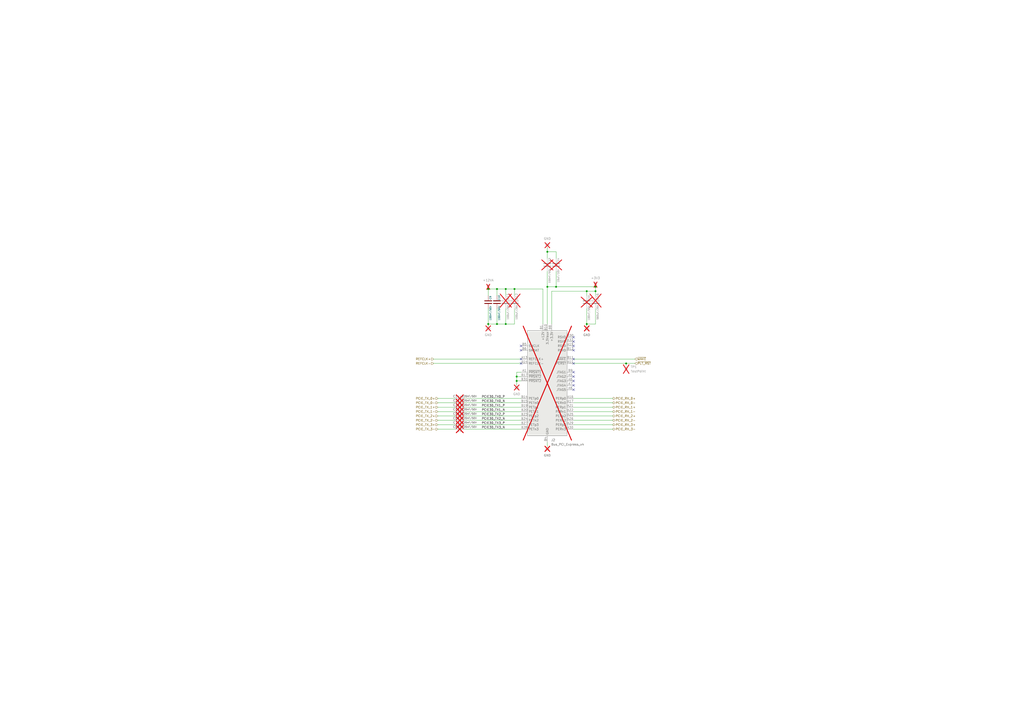
<source format=kicad_sch>
(kicad_sch
	(version 20231120)
	(generator "eeschema")
	(generator_version "8.0")
	(uuid "c9b16d24-0731-42f5-ab19-75bc8001278d")
	(paper "A2")
	(title_block
		(title "Nano ITX Carrier for LattePanda Mu")
		(date "2024-09-01")
		(rev "V1.0.0")
		(comment 1 "20240901")
	)
	(lib_symbols
		(symbol "Connector:Bus_PCI_Express_x4"
			(exclude_from_sim no)
			(in_bom yes)
			(on_board yes)
			(property "Reference" "J"
				(at -8.89 33.02 0)
				(effects
					(font
						(size 1.27 1.27)
					)
				)
			)
			(property "Value" "Bus_PCI_Express_x4"
				(at 12.7 33.02 0)
				(effects
					(font
						(size 1.27 1.27)
					)
				)
			)
			(property "Footprint" "Connector_PCBEdge:BUS_PCIexpress_x4"
				(at 0 -2.54 0)
				(effects
					(font
						(size 1.27 1.27)
					)
					(hide yes)
				)
			)
			(property "Datasheet" "http://www.ritrontek.com/uploadfile/2016/1026/20161026105231124.pdf#page=63"
				(at -6.35 -31.75 0)
				(effects
					(font
						(size 1.27 1.27)
					)
					(hide yes)
				)
			)
			(property "Description" "PCI Express bus connector x4"
				(at 0 0 0)
				(effects
					(font
						(size 1.27 1.27)
					)
					(hide yes)
				)
			)
			(property "ki_keywords" "pcie"
				(at 0 0 0)
				(effects
					(font
						(size 1.27 1.27)
					)
					(hide yes)
				)
			)
			(property "ki_fp_filters" "*PCIexpress*"
				(at 0 0 0)
				(effects
					(font
						(size 1.27 1.27)
					)
					(hide yes)
				)
			)
			(symbol "Bus_PCI_Express_x4_0_1"
				(rectangle
					(start -11.43 31.75)
					(end 11.43 -29.21)
					(stroke
						(width 0.254)
						(type default)
					)
					(fill
						(type background)
					)
				)
			)
			(symbol "Bus_PCI_Express_x4_1_1"
				(pin passive line
					(at -15.24 7.62 0)
					(length 3.81)
					(name "~{PRSNT1}"
						(effects
							(font
								(size 1.27 1.27)
							)
						)
					)
					(number "A1"
						(effects
							(font
								(size 1.27 1.27)
							)
						)
					)
				)
				(pin passive line
					(at 2.54 35.56 270)
					(length 3.81) hide
					(name "+3.3V"
						(effects
							(font
								(size 1.27 1.27)
							)
						)
					)
					(number "A10"
						(effects
							(font
								(size 1.27 1.27)
							)
						)
					)
				)
				(pin input line
					(at 15.24 12.7 180)
					(length 3.81)
					(name "~{PERST}"
						(effects
							(font
								(size 1.27 1.27)
							)
						)
					)
					(number "A11"
						(effects
							(font
								(size 1.27 1.27)
							)
						)
					)
				)
				(pin passive line
					(at 0 -33.02 90)
					(length 3.81) hide
					(name "GND"
						(effects
							(font
								(size 1.27 1.27)
							)
						)
					)
					(number "A12"
						(effects
							(font
								(size 1.27 1.27)
							)
						)
					)
				)
				(pin input line
					(at -15.24 15.24 0)
					(length 3.81)
					(name "REFCLK+"
						(effects
							(font
								(size 1.27 1.27)
							)
						)
					)
					(number "A13"
						(effects
							(font
								(size 1.27 1.27)
							)
						)
					)
				)
				(pin input line
					(at -15.24 12.7 0)
					(length 3.81)
					(name "REFCLK-"
						(effects
							(font
								(size 1.27 1.27)
							)
						)
					)
					(number "A14"
						(effects
							(font
								(size 1.27 1.27)
							)
						)
					)
				)
				(pin passive line
					(at 0 -33.02 90)
					(length 3.81) hide
					(name "GND"
						(effects
							(font
								(size 1.27 1.27)
							)
						)
					)
					(number "A15"
						(effects
							(font
								(size 1.27 1.27)
							)
						)
					)
				)
				(pin output line
					(at 15.24 -7.62 180)
					(length 3.81)
					(name "PERp0"
						(effects
							(font
								(size 1.27 1.27)
							)
						)
					)
					(number "A16"
						(effects
							(font
								(size 1.27 1.27)
							)
						)
					)
				)
				(pin output line
					(at 15.24 -10.16 180)
					(length 3.81)
					(name "PERn0"
						(effects
							(font
								(size 1.27 1.27)
							)
						)
					)
					(number "A17"
						(effects
							(font
								(size 1.27 1.27)
							)
						)
					)
				)
				(pin passive line
					(at 0 -33.02 90)
					(length 3.81) hide
					(name "GND"
						(effects
							(font
								(size 1.27 1.27)
							)
						)
					)
					(number "A18"
						(effects
							(font
								(size 1.27 1.27)
							)
						)
					)
				)
				(pin passive line
					(at 15.24 22.86 180)
					(length 3.81)
					(name "RSVD"
						(effects
							(font
								(size 1.27 1.27)
							)
						)
					)
					(number "A19"
						(effects
							(font
								(size 1.27 1.27)
							)
						)
					)
				)
				(pin passive line
					(at -2.54 35.56 270)
					(length 3.81) hide
					(name "+12V"
						(effects
							(font
								(size 1.27 1.27)
							)
						)
					)
					(number "A2"
						(effects
							(font
								(size 1.27 1.27)
							)
						)
					)
				)
				(pin passive line
					(at 0 -33.02 90)
					(length 3.81) hide
					(name "GND"
						(effects
							(font
								(size 1.27 1.27)
							)
						)
					)
					(number "A20"
						(effects
							(font
								(size 1.27 1.27)
							)
						)
					)
				)
				(pin output line
					(at 15.24 -12.7 180)
					(length 3.81)
					(name "PERp1"
						(effects
							(font
								(size 1.27 1.27)
							)
						)
					)
					(number "A21"
						(effects
							(font
								(size 1.27 1.27)
							)
						)
					)
				)
				(pin output line
					(at 15.24 -15.24 180)
					(length 3.81)
					(name "PERn1"
						(effects
							(font
								(size 1.27 1.27)
							)
						)
					)
					(number "A22"
						(effects
							(font
								(size 1.27 1.27)
							)
						)
					)
				)
				(pin passive line
					(at 0 -33.02 90)
					(length 3.81) hide
					(name "GND"
						(effects
							(font
								(size 1.27 1.27)
							)
						)
					)
					(number "A23"
						(effects
							(font
								(size 1.27 1.27)
							)
						)
					)
				)
				(pin passive line
					(at 0 -33.02 90)
					(length 3.81) hide
					(name "GND"
						(effects
							(font
								(size 1.27 1.27)
							)
						)
					)
					(number "A24"
						(effects
							(font
								(size 1.27 1.27)
							)
						)
					)
				)
				(pin output line
					(at 15.24 -17.78 180)
					(length 3.81)
					(name "PERp2"
						(effects
							(font
								(size 1.27 1.27)
							)
						)
					)
					(number "A25"
						(effects
							(font
								(size 1.27 1.27)
							)
						)
					)
				)
				(pin output line
					(at 15.24 -20.32 180)
					(length 3.81)
					(name "PERn2"
						(effects
							(font
								(size 1.27 1.27)
							)
						)
					)
					(number "A26"
						(effects
							(font
								(size 1.27 1.27)
							)
						)
					)
				)
				(pin passive line
					(at 0 -33.02 90)
					(length 3.81) hide
					(name "GND"
						(effects
							(font
								(size 1.27 1.27)
							)
						)
					)
					(number "A27"
						(effects
							(font
								(size 1.27 1.27)
							)
						)
					)
				)
				(pin passive line
					(at 0 -33.02 90)
					(length 3.81) hide
					(name "GND"
						(effects
							(font
								(size 1.27 1.27)
							)
						)
					)
					(number "A28"
						(effects
							(font
								(size 1.27 1.27)
							)
						)
					)
				)
				(pin output line
					(at 15.24 -22.86 180)
					(length 3.81)
					(name "PERp3"
						(effects
							(font
								(size 1.27 1.27)
							)
						)
					)
					(number "A29"
						(effects
							(font
								(size 1.27 1.27)
							)
						)
					)
				)
				(pin passive line
					(at -2.54 35.56 270)
					(length 3.81) hide
					(name "+12V"
						(effects
							(font
								(size 1.27 1.27)
							)
						)
					)
					(number "A3"
						(effects
							(font
								(size 1.27 1.27)
							)
						)
					)
				)
				(pin output line
					(at 15.24 -25.4 180)
					(length 3.81)
					(name "PERn3"
						(effects
							(font
								(size 1.27 1.27)
							)
						)
					)
					(number "A30"
						(effects
							(font
								(size 1.27 1.27)
							)
						)
					)
				)
				(pin passive line
					(at 0 -33.02 90)
					(length 3.81) hide
					(name "GND"
						(effects
							(font
								(size 1.27 1.27)
							)
						)
					)
					(number "A31"
						(effects
							(font
								(size 1.27 1.27)
							)
						)
					)
				)
				(pin passive line
					(at 15.24 25.4 180)
					(length 3.81)
					(name "RSVD"
						(effects
							(font
								(size 1.27 1.27)
							)
						)
					)
					(number "A32"
						(effects
							(font
								(size 1.27 1.27)
							)
						)
					)
				)
				(pin passive line
					(at 0 -33.02 90)
					(length 3.81) hide
					(name "GND"
						(effects
							(font
								(size 1.27 1.27)
							)
						)
					)
					(number "A4"
						(effects
							(font
								(size 1.27 1.27)
							)
						)
					)
				)
				(pin input line
					(at 15.24 5.08 180)
					(length 3.81)
					(name "JTAG2"
						(effects
							(font
								(size 1.27 1.27)
							)
						)
					)
					(number "A5"
						(effects
							(font
								(size 1.27 1.27)
							)
						)
					)
				)
				(pin input line
					(at 15.24 2.54 180)
					(length 3.81)
					(name "JTAG3"
						(effects
							(font
								(size 1.27 1.27)
							)
						)
					)
					(number "A6"
						(effects
							(font
								(size 1.27 1.27)
							)
						)
					)
				)
				(pin output line
					(at 15.24 0 180)
					(length 3.81)
					(name "JTAG4"
						(effects
							(font
								(size 1.27 1.27)
							)
						)
					)
					(number "A7"
						(effects
							(font
								(size 1.27 1.27)
							)
						)
					)
				)
				(pin input line
					(at 15.24 -2.54 180)
					(length 3.81)
					(name "JTAG5"
						(effects
							(font
								(size 1.27 1.27)
							)
						)
					)
					(number "A8"
						(effects
							(font
								(size 1.27 1.27)
							)
						)
					)
				)
				(pin passive line
					(at 2.54 35.56 270)
					(length 3.81) hide
					(name "+3.3V"
						(effects
							(font
								(size 1.27 1.27)
							)
						)
					)
					(number "A9"
						(effects
							(font
								(size 1.27 1.27)
							)
						)
					)
				)
				(pin power_in line
					(at -2.54 35.56 270)
					(length 3.81)
					(name "+12V"
						(effects
							(font
								(size 1.27 1.27)
							)
						)
					)
					(number "B1"
						(effects
							(font
								(size 1.27 1.27)
							)
						)
					)
				)
				(pin power_in line
					(at 0 35.56 270)
					(length 3.81)
					(name "3.3Vaux"
						(effects
							(font
								(size 1.27 1.27)
							)
						)
					)
					(number "B10"
						(effects
							(font
								(size 1.27 1.27)
							)
						)
					)
				)
				(pin open_collector line
					(at 15.24 15.24 180)
					(length 3.81)
					(name "~{WAKE}"
						(effects
							(font
								(size 1.27 1.27)
							)
						)
					)
					(number "B11"
						(effects
							(font
								(size 1.27 1.27)
							)
						)
					)
				)
				(pin passive line
					(at 15.24 20.32 180)
					(length 3.81)
					(name "RSVD"
						(effects
							(font
								(size 1.27 1.27)
							)
						)
					)
					(number "B12"
						(effects
							(font
								(size 1.27 1.27)
							)
						)
					)
				)
				(pin passive line
					(at 0 -33.02 90)
					(length 3.81) hide
					(name "GND"
						(effects
							(font
								(size 1.27 1.27)
							)
						)
					)
					(number "B13"
						(effects
							(font
								(size 1.27 1.27)
							)
						)
					)
				)
				(pin input line
					(at -15.24 -7.62 0)
					(length 3.81)
					(name "PETp0"
						(effects
							(font
								(size 1.27 1.27)
							)
						)
					)
					(number "B14"
						(effects
							(font
								(size 1.27 1.27)
							)
						)
					)
				)
				(pin input line
					(at -15.24 -10.16 0)
					(length 3.81)
					(name "PETn0"
						(effects
							(font
								(size 1.27 1.27)
							)
						)
					)
					(number "B15"
						(effects
							(font
								(size 1.27 1.27)
							)
						)
					)
				)
				(pin passive line
					(at 0 -33.02 90)
					(length 3.81) hide
					(name "GND"
						(effects
							(font
								(size 1.27 1.27)
							)
						)
					)
					(number "B16"
						(effects
							(font
								(size 1.27 1.27)
							)
						)
					)
				)
				(pin passive line
					(at -15.24 5.08 0)
					(length 3.81)
					(name "~{PRSNT2}"
						(effects
							(font
								(size 1.27 1.27)
							)
						)
					)
					(number "B17"
						(effects
							(font
								(size 1.27 1.27)
							)
						)
					)
				)
				(pin passive line
					(at 0 -33.02 90)
					(length 3.81) hide
					(name "GND"
						(effects
							(font
								(size 1.27 1.27)
							)
						)
					)
					(number "B18"
						(effects
							(font
								(size 1.27 1.27)
							)
						)
					)
				)
				(pin input line
					(at -15.24 -12.7 0)
					(length 3.81)
					(name "PETp1"
						(effects
							(font
								(size 1.27 1.27)
							)
						)
					)
					(number "B19"
						(effects
							(font
								(size 1.27 1.27)
							)
						)
					)
				)
				(pin passive line
					(at -2.54 35.56 270)
					(length 3.81) hide
					(name "+12V"
						(effects
							(font
								(size 1.27 1.27)
							)
						)
					)
					(number "B2"
						(effects
							(font
								(size 1.27 1.27)
							)
						)
					)
				)
				(pin input line
					(at -15.24 -15.24 0)
					(length 3.81)
					(name "PETn1"
						(effects
							(font
								(size 1.27 1.27)
							)
						)
					)
					(number "B20"
						(effects
							(font
								(size 1.27 1.27)
							)
						)
					)
				)
				(pin passive line
					(at 0 -33.02 90)
					(length 3.81) hide
					(name "GND"
						(effects
							(font
								(size 1.27 1.27)
							)
						)
					)
					(number "B21"
						(effects
							(font
								(size 1.27 1.27)
							)
						)
					)
				)
				(pin passive line
					(at 0 -33.02 90)
					(length 3.81) hide
					(name "GND"
						(effects
							(font
								(size 1.27 1.27)
							)
						)
					)
					(number "B22"
						(effects
							(font
								(size 1.27 1.27)
							)
						)
					)
				)
				(pin input line
					(at -15.24 -17.78 0)
					(length 3.81)
					(name "PETp2"
						(effects
							(font
								(size 1.27 1.27)
							)
						)
					)
					(number "B23"
						(effects
							(font
								(size 1.27 1.27)
							)
						)
					)
				)
				(pin input line
					(at -15.24 -20.32 0)
					(length 3.81)
					(name "PETn2"
						(effects
							(font
								(size 1.27 1.27)
							)
						)
					)
					(number "B24"
						(effects
							(font
								(size 1.27 1.27)
							)
						)
					)
				)
				(pin passive line
					(at 0 -33.02 90)
					(length 3.81) hide
					(name "GND"
						(effects
							(font
								(size 1.27 1.27)
							)
						)
					)
					(number "B25"
						(effects
							(font
								(size 1.27 1.27)
							)
						)
					)
				)
				(pin passive line
					(at 0 -33.02 90)
					(length 3.81) hide
					(name "GND"
						(effects
							(font
								(size 1.27 1.27)
							)
						)
					)
					(number "B26"
						(effects
							(font
								(size 1.27 1.27)
							)
						)
					)
				)
				(pin input line
					(at -15.24 -22.86 0)
					(length 3.81)
					(name "PETp3"
						(effects
							(font
								(size 1.27 1.27)
							)
						)
					)
					(number "B27"
						(effects
							(font
								(size 1.27 1.27)
							)
						)
					)
				)
				(pin input line
					(at -15.24 -25.4 0)
					(length 3.81)
					(name "PETn3"
						(effects
							(font
								(size 1.27 1.27)
							)
						)
					)
					(number "B28"
						(effects
							(font
								(size 1.27 1.27)
							)
						)
					)
				)
				(pin passive line
					(at 0 -33.02 90)
					(length 3.81) hide
					(name "GND"
						(effects
							(font
								(size 1.27 1.27)
							)
						)
					)
					(number "B29"
						(effects
							(font
								(size 1.27 1.27)
							)
						)
					)
				)
				(pin passive line
					(at -2.54 35.56 270)
					(length 3.81) hide
					(name "+12V"
						(effects
							(font
								(size 1.27 1.27)
							)
						)
					)
					(number "B3"
						(effects
							(font
								(size 1.27 1.27)
							)
						)
					)
				)
				(pin passive line
					(at 15.24 27.94 180)
					(length 3.81)
					(name "RSVD"
						(effects
							(font
								(size 1.27 1.27)
							)
						)
					)
					(number "B30"
						(effects
							(font
								(size 1.27 1.27)
							)
						)
					)
				)
				(pin passive line
					(at -15.24 2.54 0)
					(length 3.81)
					(name "~{PRSNT2}"
						(effects
							(font
								(size 1.27 1.27)
							)
						)
					)
					(number "B31"
						(effects
							(font
								(size 1.27 1.27)
							)
						)
					)
				)
				(pin passive line
					(at 0 -33.02 90)
					(length 3.81) hide
					(name "GND"
						(effects
							(font
								(size 1.27 1.27)
							)
						)
					)
					(number "B32"
						(effects
							(font
								(size 1.27 1.27)
							)
						)
					)
				)
				(pin power_in line
					(at 0 -33.02 90)
					(length 3.81)
					(name "GND"
						(effects
							(font
								(size 1.27 1.27)
							)
						)
					)
					(number "B4"
						(effects
							(font
								(size 1.27 1.27)
							)
						)
					)
				)
				(pin input line
					(at -15.24 22.86 0)
					(length 3.81)
					(name "SMCLK"
						(effects
							(font
								(size 1.27 1.27)
							)
						)
					)
					(number "B5"
						(effects
							(font
								(size 1.27 1.27)
							)
						)
					)
				)
				(pin bidirectional line
					(at -15.24 20.32 0)
					(length 3.81)
					(name "SMDAT"
						(effects
							(font
								(size 1.27 1.27)
							)
						)
					)
					(number "B6"
						(effects
							(font
								(size 1.27 1.27)
							)
						)
					)
				)
				(pin passive line
					(at 0 -33.02 90)
					(length 3.81) hide
					(name "GND"
						(effects
							(font
								(size 1.27 1.27)
							)
						)
					)
					(number "B7"
						(effects
							(font
								(size 1.27 1.27)
							)
						)
					)
				)
				(pin power_in line
					(at 2.54 35.56 270)
					(length 3.81)
					(name "+3.3V"
						(effects
							(font
								(size 1.27 1.27)
							)
						)
					)
					(number "B8"
						(effects
							(font
								(size 1.27 1.27)
							)
						)
					)
				)
				(pin input line
					(at 15.24 7.62 180)
					(length 3.81)
					(name "JTAG1"
						(effects
							(font
								(size 1.27 1.27)
							)
						)
					)
					(number "B9"
						(effects
							(font
								(size 1.27 1.27)
							)
						)
					)
				)
			)
		)
		(symbol "Connector:TestPoint"
			(pin_numbers hide)
			(pin_names
				(offset 0.762) hide)
			(exclude_from_sim no)
			(in_bom yes)
			(on_board yes)
			(property "Reference" "TP"
				(at 0 6.858 0)
				(effects
					(font
						(size 1.27 1.27)
					)
				)
			)
			(property "Value" "TestPoint"
				(at 0 5.08 0)
				(effects
					(font
						(size 1.27 1.27)
					)
				)
			)
			(property "Footprint" ""
				(at 5.08 0 0)
				(effects
					(font
						(size 1.27 1.27)
					)
					(hide yes)
				)
			)
			(property "Datasheet" "~"
				(at 5.08 0 0)
				(effects
					(font
						(size 1.27 1.27)
					)
					(hide yes)
				)
			)
			(property "Description" "test point"
				(at 0 0 0)
				(effects
					(font
						(size 1.27 1.27)
					)
					(hide yes)
				)
			)
			(property "ki_keywords" "test point tp"
				(at 0 0 0)
				(effects
					(font
						(size 1.27 1.27)
					)
					(hide yes)
				)
			)
			(property "ki_fp_filters" "Pin* Test*"
				(at 0 0 0)
				(effects
					(font
						(size 1.27 1.27)
					)
					(hide yes)
				)
			)
			(symbol "TestPoint_0_1"
				(circle
					(center 0 3.302)
					(radius 0.762)
					(stroke
						(width 0)
						(type default)
					)
					(fill
						(type none)
					)
				)
			)
			(symbol "TestPoint_1_1"
				(pin passive line
					(at 0 0 90)
					(length 2.54)
					(name "1"
						(effects
							(font
								(size 1.27 1.27)
							)
						)
					)
					(number "1"
						(effects
							(font
								(size 1.27 1.27)
							)
						)
					)
				)
			)
		)
		(symbol "Device:C"
			(pin_numbers hide)
			(pin_names
				(offset 0.254)
			)
			(exclude_from_sim no)
			(in_bom yes)
			(on_board yes)
			(property "Reference" "C"
				(at 0.635 2.54 0)
				(effects
					(font
						(size 1.27 1.27)
					)
					(justify left)
				)
			)
			(property "Value" "C"
				(at 0.635 -2.54 0)
				(effects
					(font
						(size 1.27 1.27)
					)
					(justify left)
				)
			)
			(property "Footprint" ""
				(at 0.9652 -3.81 0)
				(effects
					(font
						(size 1.27 1.27)
					)
					(hide yes)
				)
			)
			(property "Datasheet" "~"
				(at 0 0 0)
				(effects
					(font
						(size 1.27 1.27)
					)
					(hide yes)
				)
			)
			(property "Description" "Unpolarized capacitor"
				(at 0 0 0)
				(effects
					(font
						(size 1.27 1.27)
					)
					(hide yes)
				)
			)
			(property "ki_keywords" "cap capacitor"
				(at 0 0 0)
				(effects
					(font
						(size 1.27 1.27)
					)
					(hide yes)
				)
			)
			(property "ki_fp_filters" "C_*"
				(at 0 0 0)
				(effects
					(font
						(size 1.27 1.27)
					)
					(hide yes)
				)
			)
			(symbol "C_0_1"
				(polyline
					(pts
						(xy -2.032 -0.762) (xy 2.032 -0.762)
					)
					(stroke
						(width 0.508)
						(type default)
					)
					(fill
						(type none)
					)
				)
				(polyline
					(pts
						(xy -2.032 0.762) (xy 2.032 0.762)
					)
					(stroke
						(width 0.508)
						(type default)
					)
					(fill
						(type none)
					)
				)
			)
			(symbol "C_1_1"
				(pin passive line
					(at 0 3.81 270)
					(length 2.794)
					(name "~"
						(effects
							(font
								(size 1.27 1.27)
							)
						)
					)
					(number "1"
						(effects
							(font
								(size 1.27 1.27)
							)
						)
					)
				)
				(pin passive line
					(at 0 -3.81 90)
					(length 2.794)
					(name "~"
						(effects
							(font
								(size 1.27 1.27)
							)
						)
					)
					(number "2"
						(effects
							(font
								(size 1.27 1.27)
							)
						)
					)
				)
			)
		)
		(symbol "Device:C_Polarized"
			(pin_numbers hide)
			(pin_names
				(offset 0.254)
			)
			(exclude_from_sim no)
			(in_bom yes)
			(on_board yes)
			(property "Reference" "C"
				(at 0.635 2.54 0)
				(effects
					(font
						(size 1.27 1.27)
					)
					(justify left)
				)
			)
			(property "Value" "C_Polarized"
				(at 0.635 -2.54 0)
				(effects
					(font
						(size 1.27 1.27)
					)
					(justify left)
				)
			)
			(property "Footprint" ""
				(at 0.9652 -3.81 0)
				(effects
					(font
						(size 1.27 1.27)
					)
					(hide yes)
				)
			)
			(property "Datasheet" "~"
				(at 0 0 0)
				(effects
					(font
						(size 1.27 1.27)
					)
					(hide yes)
				)
			)
			(property "Description" "Polarized capacitor"
				(at 0 0 0)
				(effects
					(font
						(size 1.27 1.27)
					)
					(hide yes)
				)
			)
			(property "ki_keywords" "cap capacitor"
				(at 0 0 0)
				(effects
					(font
						(size 1.27 1.27)
					)
					(hide yes)
				)
			)
			(property "ki_fp_filters" "CP_*"
				(at 0 0 0)
				(effects
					(font
						(size 1.27 1.27)
					)
					(hide yes)
				)
			)
			(symbol "C_Polarized_0_1"
				(rectangle
					(start -2.286 0.508)
					(end 2.286 1.016)
					(stroke
						(width 0)
						(type default)
					)
					(fill
						(type none)
					)
				)
				(polyline
					(pts
						(xy -1.778 2.286) (xy -0.762 2.286)
					)
					(stroke
						(width 0)
						(type default)
					)
					(fill
						(type none)
					)
				)
				(polyline
					(pts
						(xy -1.27 2.794) (xy -1.27 1.778)
					)
					(stroke
						(width 0)
						(type default)
					)
					(fill
						(type none)
					)
				)
				(rectangle
					(start 2.286 -0.508)
					(end -2.286 -1.016)
					(stroke
						(width 0)
						(type default)
					)
					(fill
						(type outline)
					)
				)
			)
			(symbol "C_Polarized_1_1"
				(pin passive line
					(at 0 3.81 270)
					(length 2.794)
					(name "~"
						(effects
							(font
								(size 1.27 1.27)
							)
						)
					)
					(number "1"
						(effects
							(font
								(size 1.27 1.27)
							)
						)
					)
				)
				(pin passive line
					(at 0 -3.81 90)
					(length 2.794)
					(name "~"
						(effects
							(font
								(size 1.27 1.27)
							)
						)
					)
					(number "2"
						(effects
							(font
								(size 1.27 1.27)
							)
						)
					)
				)
			)
		)
		(symbol "Device:C_Small"
			(pin_numbers hide)
			(pin_names
				(offset 0.254) hide)
			(exclude_from_sim no)
			(in_bom yes)
			(on_board yes)
			(property "Reference" "C"
				(at 0.254 1.778 0)
				(effects
					(font
						(size 1.27 1.27)
					)
					(justify left)
				)
			)
			(property "Value" "C_Small"
				(at 0.254 -2.032 0)
				(effects
					(font
						(size 1.27 1.27)
					)
					(justify left)
				)
			)
			(property "Footprint" ""
				(at 0 0 0)
				(effects
					(font
						(size 1.27 1.27)
					)
					(hide yes)
				)
			)
			(property "Datasheet" "~"
				(at 0 0 0)
				(effects
					(font
						(size 1.27 1.27)
					)
					(hide yes)
				)
			)
			(property "Description" "Unpolarized capacitor, small symbol"
				(at 0 0 0)
				(effects
					(font
						(size 1.27 1.27)
					)
					(hide yes)
				)
			)
			(property "ki_keywords" "capacitor cap"
				(at 0 0 0)
				(effects
					(font
						(size 1.27 1.27)
					)
					(hide yes)
				)
			)
			(property "ki_fp_filters" "C_*"
				(at 0 0 0)
				(effects
					(font
						(size 1.27 1.27)
					)
					(hide yes)
				)
			)
			(symbol "C_Small_0_1"
				(polyline
					(pts
						(xy -1.524 -0.508) (xy 1.524 -0.508)
					)
					(stroke
						(width 0.3302)
						(type default)
					)
					(fill
						(type none)
					)
				)
				(polyline
					(pts
						(xy -1.524 0.508) (xy 1.524 0.508)
					)
					(stroke
						(width 0.3048)
						(type default)
					)
					(fill
						(type none)
					)
				)
			)
			(symbol "C_Small_1_1"
				(pin passive line
					(at 0 2.54 270)
					(length 2.032)
					(name "~"
						(effects
							(font
								(size 1.27 1.27)
							)
						)
					)
					(number "1"
						(effects
							(font
								(size 1.27 1.27)
							)
						)
					)
				)
				(pin passive line
					(at 0 -2.54 90)
					(length 2.032)
					(name "~"
						(effects
							(font
								(size 1.27 1.27)
							)
						)
					)
					(number "2"
						(effects
							(font
								(size 1.27 1.27)
							)
						)
					)
				)
			)
		)
		(symbol "power:+12VA"
			(power)
			(pin_numbers hide)
			(pin_names
				(offset 0) hide)
			(exclude_from_sim no)
			(in_bom yes)
			(on_board yes)
			(property "Reference" "#PWR"
				(at 0 -3.81 0)
				(effects
					(font
						(size 1.27 1.27)
					)
					(hide yes)
				)
			)
			(property "Value" "+12VA"
				(at 0 3.556 0)
				(effects
					(font
						(size 1.27 1.27)
					)
				)
			)
			(property "Footprint" ""
				(at 0 0 0)
				(effects
					(font
						(size 1.27 1.27)
					)
					(hide yes)
				)
			)
			(property "Datasheet" ""
				(at 0 0 0)
				(effects
					(font
						(size 1.27 1.27)
					)
					(hide yes)
				)
			)
			(property "Description" "Power symbol creates a global label with name \"+12VA\""
				(at 0 0 0)
				(effects
					(font
						(size 1.27 1.27)
					)
					(hide yes)
				)
			)
			(property "ki_keywords" "global power"
				(at 0 0 0)
				(effects
					(font
						(size 1.27 1.27)
					)
					(hide yes)
				)
			)
			(symbol "+12VA_0_1"
				(polyline
					(pts
						(xy -0.762 1.27) (xy 0 2.54)
					)
					(stroke
						(width 0)
						(type default)
					)
					(fill
						(type none)
					)
				)
				(polyline
					(pts
						(xy 0 0) (xy 0 2.54)
					)
					(stroke
						(width 0)
						(type default)
					)
					(fill
						(type none)
					)
				)
				(polyline
					(pts
						(xy 0 2.54) (xy 0.762 1.27)
					)
					(stroke
						(width 0)
						(type default)
					)
					(fill
						(type none)
					)
				)
			)
			(symbol "+12VA_1_1"
				(pin power_in line
					(at 0 0 90)
					(length 0)
					(name "~"
						(effects
							(font
								(size 1.27 1.27)
							)
						)
					)
					(number "1"
						(effects
							(font
								(size 1.27 1.27)
							)
						)
					)
				)
			)
		)
		(symbol "power:+3V3"
			(power)
			(pin_numbers hide)
			(pin_names
				(offset 0) hide)
			(exclude_from_sim no)
			(in_bom yes)
			(on_board yes)
			(property "Reference" "#PWR"
				(at 0 -3.81 0)
				(effects
					(font
						(size 1.27 1.27)
					)
					(hide yes)
				)
			)
			(property "Value" "+3V3"
				(at 0 3.556 0)
				(effects
					(font
						(size 1.27 1.27)
					)
				)
			)
			(property "Footprint" ""
				(at 0 0 0)
				(effects
					(font
						(size 1.27 1.27)
					)
					(hide yes)
				)
			)
			(property "Datasheet" ""
				(at 0 0 0)
				(effects
					(font
						(size 1.27 1.27)
					)
					(hide yes)
				)
			)
			(property "Description" "Power symbol creates a global label with name \"+3V3\""
				(at 0 0 0)
				(effects
					(font
						(size 1.27 1.27)
					)
					(hide yes)
				)
			)
			(property "ki_keywords" "global power"
				(at 0 0 0)
				(effects
					(font
						(size 1.27 1.27)
					)
					(hide yes)
				)
			)
			(symbol "+3V3_0_1"
				(polyline
					(pts
						(xy -0.762 1.27) (xy 0 2.54)
					)
					(stroke
						(width 0)
						(type default)
					)
					(fill
						(type none)
					)
				)
				(polyline
					(pts
						(xy 0 0) (xy 0 2.54)
					)
					(stroke
						(width 0)
						(type default)
					)
					(fill
						(type none)
					)
				)
				(polyline
					(pts
						(xy 0 2.54) (xy 0.762 1.27)
					)
					(stroke
						(width 0)
						(type default)
					)
					(fill
						(type none)
					)
				)
			)
			(symbol "+3V3_1_1"
				(pin power_in line
					(at 0 0 90)
					(length 0)
					(name "~"
						(effects
							(font
								(size 1.27 1.27)
							)
						)
					)
					(number "1"
						(effects
							(font
								(size 1.27 1.27)
							)
						)
					)
				)
			)
		)
		(symbol "power:GND"
			(power)
			(pin_numbers hide)
			(pin_names
				(offset 0) hide)
			(exclude_from_sim no)
			(in_bom yes)
			(on_board yes)
			(property "Reference" "#PWR"
				(at 0 -6.35 0)
				(effects
					(font
						(size 1.27 1.27)
					)
					(hide yes)
				)
			)
			(property "Value" "GND"
				(at 0 -3.81 0)
				(effects
					(font
						(size 1.27 1.27)
					)
				)
			)
			(property "Footprint" ""
				(at 0 0 0)
				(effects
					(font
						(size 1.27 1.27)
					)
					(hide yes)
				)
			)
			(property "Datasheet" ""
				(at 0 0 0)
				(effects
					(font
						(size 1.27 1.27)
					)
					(hide yes)
				)
			)
			(property "Description" "Power symbol creates a global label with name \"GND\" , ground"
				(at 0 0 0)
				(effects
					(font
						(size 1.27 1.27)
					)
					(hide yes)
				)
			)
			(property "ki_keywords" "global power"
				(at 0 0 0)
				(effects
					(font
						(size 1.27 1.27)
					)
					(hide yes)
				)
			)
			(symbol "GND_0_1"
				(polyline
					(pts
						(xy 0 0) (xy 0 -1.27) (xy 1.27 -1.27) (xy 0 -2.54) (xy -1.27 -1.27) (xy 0 -1.27)
					)
					(stroke
						(width 0)
						(type default)
					)
					(fill
						(type none)
					)
				)
			)
			(symbol "GND_1_1"
				(pin power_in line
					(at 0 0 270)
					(length 0)
					(name "~"
						(effects
							(font
								(size 1.27 1.27)
							)
						)
					)
					(number "1"
						(effects
							(font
								(size 1.27 1.27)
							)
						)
					)
				)
			)
		)
	)
	(junction
		(at 299.72 220.98)
		(diameter 0)
		(color 0 0 0 0)
		(uuid "124e84e3-8008-4cf5-979a-d965dc47576e")
	)
	(junction
		(at 363.22 210.82)
		(diameter 0)
		(color 0 0 0 0)
		(uuid "13ae1dd7-c91a-4567-b70e-5ca7fa5d4482")
	)
	(junction
		(at 283.21 187.96)
		(diameter 0)
		(color 0 0 0 0)
		(uuid "174a9d17-7531-45f1-a906-7428e61977de")
	)
	(junction
		(at 340.36 187.96)
		(diameter 0)
		(color 0 0 0 0)
		(uuid "1b8b7274-da6e-47f6-97d5-801d7fd421bf")
	)
	(junction
		(at 299.72 218.44)
		(diameter 0)
		(color 0 0 0 0)
		(uuid "37a75249-9908-42fb-a489-0c45e776c8ac")
	)
	(junction
		(at 345.44 168.91)
		(diameter 0)
		(color 0 0 0 0)
		(uuid "37ad7204-be16-4f87-8f99-c3f4370c2b9f")
	)
	(junction
		(at 345.44 166.37)
		(diameter 0)
		(color 0 0 0 0)
		(uuid "39f437d6-9d79-49a9-86a9-17561543bbdd")
	)
	(junction
		(at 322.58 166.37)
		(diameter 0)
		(color 0 0 0 0)
		(uuid "78cd53a0-26ca-4e86-8f3b-e09d7b57a7ee")
	)
	(junction
		(at 298.45 167.64)
		(diameter 0)
		(color 0 0 0 0)
		(uuid "9927d6fa-5408-4454-81aa-eabbd010a416")
	)
	(junction
		(at 293.37 187.96)
		(diameter 0)
		(color 0 0 0 0)
		(uuid "af5d4f41-5c71-4933-98c7-e906c683996f")
	)
	(junction
		(at 317.5 166.37)
		(diameter 0)
		(color 0 0 0 0)
		(uuid "b6d80176-2f28-4ec0-815c-848f3550a99a")
	)
	(junction
		(at 340.36 168.91)
		(diameter 0)
		(color 0 0 0 0)
		(uuid "bee16aed-565d-4bd0-95a2-72867672ebaa")
	)
	(junction
		(at 293.37 167.64)
		(diameter 0)
		(color 0 0 0 0)
		(uuid "c3f5a18c-2b40-4a24-a224-8bb89c1947ba")
	)
	(junction
		(at 288.29 187.96)
		(diameter 0)
		(color 0 0 0 0)
		(uuid "c8d864dc-7518-4f2a-9ef1-d3586d0b8322")
	)
	(junction
		(at 288.29 167.64)
		(diameter 0)
		(color 0 0 0 0)
		(uuid "ddeac8dc-9d9a-41e8-8a34-7608e55eb993")
	)
	(junction
		(at 283.21 167.64)
		(diameter 0)
		(color 0 0 0 0)
		(uuid "e5c1678c-a09a-4d37-a434-e84696528d0c")
	)
	(junction
		(at 317.5 146.05)
		(diameter 0)
		(color 0 0 0 0)
		(uuid "fcdff4d8-7376-4c3e-a0b3-ba2731ab276b")
	)
	(no_connect
		(at 302.26 200.66)
		(uuid "04450459-ba8f-4ee3-964f-acb60465560a")
	)
	(no_connect
		(at 332.74 215.9)
		(uuid "08f570b8-5305-40f8-bc07-343e59ab7faa")
	)
	(no_connect
		(at 302.26 208.28)
		(uuid "0c0adc6c-58d0-4de8-a837-8004860db142")
	)
	(no_connect
		(at 332.74 218.44)
		(uuid "2616326d-8a23-41bd-9ed8-6a4157075626")
	)
	(no_connect
		(at 332.74 220.98)
		(uuid "3c1b2e38-fbe5-4c68-b987-5e65e66fa3f9")
	)
	(no_connect
		(at 332.74 226.06)
		(uuid "3daaf92d-cd91-4377-b2ad-89f3fea65152")
	)
	(no_connect
		(at 332.74 198.12)
		(uuid "9370793b-fc8c-4f09-b82f-fa404039b9f3")
	)
	(no_connect
		(at 332.74 208.28)
		(uuid "9aa9b3c2-93dd-4436-9500-b8b2e604d5eb")
	)
	(no_connect
		(at 332.74 223.52)
		(uuid "9d95070d-8c10-4a56-97df-1813778986d1")
	)
	(no_connect
		(at 302.26 210.82)
		(uuid "ab51b157-241d-4771-8d43-8bda76d53c83")
	)
	(no_connect
		(at 302.26 203.2)
		(uuid "bcd0a00d-46a9-4cee-91a2-c1058c9a56d3")
	)
	(no_connect
		(at 332.74 195.58)
		(uuid "c1136e7c-ea5d-4fbc-b550-4423dddbc56b")
	)
	(no_connect
		(at 332.74 200.66)
		(uuid "d80330d4-eb9c-4191-ae48-fb62bd627135")
	)
	(no_connect
		(at 332.74 210.82)
		(uuid "e71fba5b-7a98-492c-b829-f90adedb9800")
	)
	(no_connect
		(at 332.74 203.2)
		(uuid "ee13076f-825f-4138-a845-36efab7a60ed")
	)
	(wire
		(pts
			(xy 293.37 167.64) (xy 293.37 171.45)
		)
		(stroke
			(width 0)
			(type default)
		)
		(uuid "02e6b16e-9d28-446e-a2ba-b8ee8d9017f4")
	)
	(wire
		(pts
			(xy 254 243.84) (xy 264.16 243.84)
		)
		(stroke
			(width 0)
			(type default)
		)
		(uuid "059a13df-b47d-4508-8916-24ec66f24751")
	)
	(wire
		(pts
			(xy 269.24 238.76) (xy 302.26 238.76)
		)
		(stroke
			(width 0)
			(type default)
		)
		(uuid "086a059f-54be-41cf-a7d1-bdc05676d62c")
	)
	(wire
		(pts
			(xy 299.72 218.44) (xy 299.72 220.98)
		)
		(stroke
			(width 0)
			(type default)
		)
		(uuid "0a189d2b-10fa-4a0d-b067-0c8908486490")
	)
	(wire
		(pts
			(xy 298.45 187.96) (xy 293.37 187.96)
		)
		(stroke
			(width 0)
			(type default)
		)
		(uuid "136ba42e-d84a-4793-affd-47fe56e0551f")
	)
	(wire
		(pts
			(xy 322.58 146.05) (xy 317.5 146.05)
		)
		(stroke
			(width 0)
			(type default)
		)
		(uuid "1495f447-5b27-4902-bc18-f00fb89e9597")
	)
	(wire
		(pts
			(xy 254 238.76) (xy 264.16 238.76)
		)
		(stroke
			(width 0)
			(type default)
		)
		(uuid "1b485d27-2541-4383-8340-c20b600e41d3")
	)
	(wire
		(pts
			(xy 332.74 243.84) (xy 355.6 243.84)
		)
		(stroke
			(width 0)
			(type default)
		)
		(uuid "22117228-eb2b-445b-aebb-9185f0ae1877")
	)
	(wire
		(pts
			(xy 314.96 187.96) (xy 314.96 167.64)
		)
		(stroke
			(width 0)
			(type default)
		)
		(uuid "2ce3890d-2a81-490d-b692-311fb8546159")
	)
	(wire
		(pts
			(xy 288.29 167.64) (xy 293.37 167.64)
		)
		(stroke
			(width 0)
			(type default)
		)
		(uuid "2dc57187-0697-45f3-a15b-de7eb92b4d07")
	)
	(wire
		(pts
			(xy 332.74 236.22) (xy 355.6 236.22)
		)
		(stroke
			(width 0)
			(type default)
		)
		(uuid "360b7370-cd0b-415a-8da7-80124c2cd693")
	)
	(wire
		(pts
			(xy 269.24 233.68) (xy 302.26 233.68)
		)
		(stroke
			(width 0)
			(type default)
		)
		(uuid "37e69b23-0d95-46b5-a847-663dd85ebc2e")
	)
	(wire
		(pts
			(xy 317.5 166.37) (xy 322.58 166.37)
		)
		(stroke
			(width 0)
			(type default)
		)
		(uuid "3dee3a7c-e546-4688-bb2b-efd3da14be77")
	)
	(wire
		(pts
			(xy 293.37 187.96) (xy 288.29 187.96)
		)
		(stroke
			(width 0)
			(type default)
		)
		(uuid "40e2b628-1c79-4af0-816e-fd205d25c40c")
	)
	(wire
		(pts
			(xy 317.5 157.48) (xy 317.5 166.37)
		)
		(stroke
			(width 0)
			(type default)
		)
		(uuid "42780773-25e7-4e98-a1f5-f8f4cefd35f1")
	)
	(wire
		(pts
			(xy 345.44 168.91) (xy 345.44 171.45)
		)
		(stroke
			(width 0)
			(type default)
		)
		(uuid "47b72a4e-bcda-467d-b7a1-dbbce687a3e5")
	)
	(wire
		(pts
			(xy 314.96 167.64) (xy 298.45 167.64)
		)
		(stroke
			(width 0)
			(type default)
		)
		(uuid "49729b6e-c9e0-4b46-b5bc-3c01c9aa5c52")
	)
	(wire
		(pts
			(xy 317.5 256.54) (xy 317.5 259.08)
		)
		(stroke
			(width 0)
			(type default)
		)
		(uuid "4af7545b-87ae-487f-813e-6a34c258aa22")
	)
	(wire
		(pts
			(xy 332.74 248.92) (xy 355.6 248.92)
		)
		(stroke
			(width 0)
			(type default)
		)
		(uuid "4d6efc5c-da0c-4015-92cd-c2984ad79471")
	)
	(wire
		(pts
			(xy 302.26 215.9) (xy 299.72 215.9)
		)
		(stroke
			(width 0)
			(type default)
		)
		(uuid "4ef39eb5-5f8f-41e7-92dc-61097b83227a")
	)
	(wire
		(pts
			(xy 332.74 233.68) (xy 355.6 233.68)
		)
		(stroke
			(width 0)
			(type default)
		)
		(uuid "56a3de3f-8c63-4821-99dd-ba297f66843f")
	)
	(wire
		(pts
			(xy 340.36 168.91) (xy 340.36 171.45)
		)
		(stroke
			(width 0)
			(type default)
		)
		(uuid "583bdaed-7537-44f6-8919-bd1511d98708")
	)
	(wire
		(pts
			(xy 299.72 215.9) (xy 299.72 218.44)
		)
		(stroke
			(width 0)
			(type default)
		)
		(uuid "595b0ea4-7fbe-44db-b412-7c11a9e62828")
	)
	(wire
		(pts
			(xy 269.24 231.14) (xy 302.26 231.14)
		)
		(stroke
			(width 0)
			(type default)
		)
		(uuid "5a182af9-031b-44db-9d29-bd34c157588d")
	)
	(wire
		(pts
			(xy 332.74 210.82) (xy 363.22 210.82)
		)
		(stroke
			(width 0)
			(type default)
		)
		(uuid "67c3d5ca-0561-43ff-88a9-64fa06dbef4b")
	)
	(wire
		(pts
			(xy 317.5 143.51) (xy 317.5 146.05)
		)
		(stroke
			(width 0)
			(type default)
		)
		(uuid "6b1b66ef-2043-47f8-8440-c372bc28fa82")
	)
	(wire
		(pts
			(xy 340.36 168.91) (xy 345.44 168.91)
		)
		(stroke
			(width 0)
			(type default)
		)
		(uuid "6b225577-80d5-456b-ad3b-30a06b18d501")
	)
	(wire
		(pts
			(xy 345.44 168.91) (xy 345.44 166.37)
		)
		(stroke
			(width 0)
			(type default)
		)
		(uuid "6ca28943-f4b1-4cc1-807b-39d2e1839c6a")
	)
	(wire
		(pts
			(xy 254 248.92) (xy 264.16 248.92)
		)
		(stroke
			(width 0)
			(type default)
		)
		(uuid "70f75421-ab77-401e-bd05-8b40aab93f50")
	)
	(wire
		(pts
			(xy 302.26 218.44) (xy 299.72 218.44)
		)
		(stroke
			(width 0)
			(type default)
		)
		(uuid "73353085-64ad-46fd-9543-3cbccf58a1fe")
	)
	(wire
		(pts
			(xy 269.24 246.38) (xy 302.26 246.38)
		)
		(stroke
			(width 0)
			(type default)
		)
		(uuid "76a7c6ee-88f3-4232-96d8-28b4e3f279c0")
	)
	(wire
		(pts
			(xy 320.04 168.91) (xy 340.36 168.91)
		)
		(stroke
			(width 0)
			(type default)
		)
		(uuid "7c9e054f-0dba-4be9-ae57-d2076033e508")
	)
	(wire
		(pts
			(xy 332.74 231.14) (xy 355.6 231.14)
		)
		(stroke
			(width 0)
			(type default)
		)
		(uuid "8258fdcd-40e2-4829-9a9c-18a74582c488")
	)
	(wire
		(pts
			(xy 283.21 187.96) (xy 283.21 189.23)
		)
		(stroke
			(width 0)
			(type default)
		)
		(uuid "85011c8e-8fb0-47de-966e-1e9997e67a2e")
	)
	(wire
		(pts
			(xy 332.74 238.76) (xy 355.6 238.76)
		)
		(stroke
			(width 0)
			(type default)
		)
		(uuid "88bff9d5-5f23-4210-a590-130a6aa4a46b")
	)
	(wire
		(pts
			(xy 298.45 171.45) (xy 298.45 167.64)
		)
		(stroke
			(width 0)
			(type default)
		)
		(uuid "8ac0f4c4-32a7-481f-affa-95188c7a1ab5")
	)
	(wire
		(pts
			(xy 332.74 246.38) (xy 355.6 246.38)
		)
		(stroke
			(width 0)
			(type default)
		)
		(uuid "8ccf581f-827e-47c5-ba70-f8f9d5899e0f")
	)
	(wire
		(pts
			(xy 269.24 243.84) (xy 302.26 243.84)
		)
		(stroke
			(width 0)
			(type default)
		)
		(uuid "8e04d9a9-9dfc-4c30-bf74-a208ae9227bd")
	)
	(wire
		(pts
			(xy 283.21 167.64) (xy 288.29 167.64)
		)
		(stroke
			(width 0)
			(type default)
		)
		(uuid "9155ecb3-1da0-488a-879f-268ee5861f27")
	)
	(wire
		(pts
			(xy 288.29 179.07) (xy 288.29 187.96)
		)
		(stroke
			(width 0)
			(type default)
		)
		(uuid "96b8de60-f301-45b4-a03a-05d613bc8c4f")
	)
	(wire
		(pts
			(xy 288.29 167.64) (xy 288.29 171.45)
		)
		(stroke
			(width 0)
			(type default)
		)
		(uuid "9a897193-17a5-4076-974f-522f132cebaf")
	)
	(wire
		(pts
			(xy 293.37 167.64) (xy 298.45 167.64)
		)
		(stroke
			(width 0)
			(type default)
		)
		(uuid "9e04cf4b-b1a0-4832-98fe-7c8ae2f2e9b0")
	)
	(wire
		(pts
			(xy 298.45 179.07) (xy 298.45 187.96)
		)
		(stroke
			(width 0)
			(type default)
		)
		(uuid "9e53459f-5cb7-48cc-814c-80a54cd9eafd")
	)
	(wire
		(pts
			(xy 299.72 220.98) (xy 302.26 220.98)
		)
		(stroke
			(width 0)
			(type default)
		)
		(uuid "9fef25e0-23d7-496c-a841-8cb2b86e45d1")
	)
	(wire
		(pts
			(xy 251.46 210.82) (xy 302.26 210.82)
		)
		(stroke
			(width 0)
			(type default)
		)
		(uuid "a0046ae3-5cf6-4737-8d8b-11ba16245826")
	)
	(wire
		(pts
			(xy 269.24 241.3) (xy 302.26 241.3)
		)
		(stroke
			(width 0)
			(type default)
		)
		(uuid "a0b7e9ec-1b56-4624-affb-a5e542f9d6cb")
	)
	(wire
		(pts
			(xy 254 241.3) (xy 264.16 241.3)
		)
		(stroke
			(width 0)
			(type default)
		)
		(uuid "a32c4226-7b3e-4d26-b23d-9e5117debae0")
	)
	(wire
		(pts
			(xy 322.58 157.48) (xy 322.58 166.37)
		)
		(stroke
			(width 0)
			(type default)
		)
		(uuid "a3e10290-176b-4655-a875-f8a71a35ef02")
	)
	(wire
		(pts
			(xy 254 233.68) (xy 264.16 233.68)
		)
		(stroke
			(width 0)
			(type default)
		)
		(uuid "a4153a39-7ed9-4798-9fc5-ff3a685d3292")
	)
	(wire
		(pts
			(xy 340.36 179.07) (xy 340.36 187.96)
		)
		(stroke
			(width 0)
			(type default)
		)
		(uuid "a643145c-5e16-451c-a246-046055c88bbc")
	)
	(wire
		(pts
			(xy 254 246.38) (xy 264.16 246.38)
		)
		(stroke
			(width 0)
			(type default)
		)
		(uuid "a7fca1e4-4bf3-485a-a2fb-806cc490114d")
	)
	(wire
		(pts
			(xy 317.5 187.96) (xy 317.5 166.37)
		)
		(stroke
			(width 0)
			(type default)
		)
		(uuid "a82f104f-09ae-4363-8f70-f8e9baafcf1f")
	)
	(wire
		(pts
			(xy 340.36 187.96) (xy 340.36 189.23)
		)
		(stroke
			(width 0)
			(type default)
		)
		(uuid "afaae428-6257-4426-b192-1a4872bef6ce")
	)
	(wire
		(pts
			(xy 269.24 236.22) (xy 302.26 236.22)
		)
		(stroke
			(width 0)
			(type default)
		)
		(uuid "b3c78c98-eec1-480d-876d-bd1ddbdd5f7a")
	)
	(wire
		(pts
			(xy 317.5 146.05) (xy 317.5 149.86)
		)
		(stroke
			(width 0)
			(type default)
		)
		(uuid "bc5346ac-3d13-4e10-9c4e-a26cecdaf475")
	)
	(wire
		(pts
			(xy 299.72 223.52) (xy 299.72 220.98)
		)
		(stroke
			(width 0)
			(type default)
		)
		(uuid "ca5458cd-f4d2-428a-90b6-4c756d19fd6a")
	)
	(wire
		(pts
			(xy 269.24 248.92) (xy 302.26 248.92)
		)
		(stroke
			(width 0)
			(type default)
		)
		(uuid "cafaa55d-662f-42c9-935b-1fef3d09d65e")
	)
	(wire
		(pts
			(xy 293.37 179.07) (xy 293.37 187.96)
		)
		(stroke
			(width 0)
			(type default)
		)
		(uuid "cc3e69ea-dd5c-4c0a-a055-07422841b74d")
	)
	(wire
		(pts
			(xy 332.74 241.3) (xy 355.6 241.3)
		)
		(stroke
			(width 0)
			(type default)
		)
		(uuid "cf592f0c-05cf-4395-8e57-c2cd94f5c235")
	)
	(wire
		(pts
			(xy 363.22 210.82) (xy 368.3 210.82)
		)
		(stroke
			(width 0)
			(type default)
		)
		(uuid "d15f2618-532c-48e1-bb54-97be123a6f0d")
	)
	(wire
		(pts
			(xy 251.46 208.28) (xy 302.26 208.28)
		)
		(stroke
			(width 0)
			(type default)
		)
		(uuid "dbb9fd76-c59e-4761-b238-407611a800da")
	)
	(wire
		(pts
			(xy 254 236.22) (xy 264.16 236.22)
		)
		(stroke
			(width 0)
			(type default)
		)
		(uuid "dff4bb83-da3e-426c-8830-aca535fb4dc6")
	)
	(wire
		(pts
			(xy 345.44 187.96) (xy 340.36 187.96)
		)
		(stroke
			(width 0)
			(type default)
		)
		(uuid "e07d1e2f-4486-4384-af13-3de1a118683a")
	)
	(wire
		(pts
			(xy 254 231.14) (xy 264.16 231.14)
		)
		(stroke
			(width 0)
			(type default)
		)
		(uuid "e21d3628-3321-4c86-86ab-93082bb5b4f5")
	)
	(wire
		(pts
			(xy 283.21 179.07) (xy 283.21 187.96)
		)
		(stroke
			(width 0)
			(type default)
		)
		(uuid "e3534acd-6123-478e-9d2f-9e20f43357ea")
	)
	(wire
		(pts
			(xy 345.44 179.07) (xy 345.44 187.96)
		)
		(stroke
			(width 0)
			(type default)
		)
		(uuid "e366c7d4-46f3-4a9c-a3dc-c107648f86e8")
	)
	(wire
		(pts
			(xy 322.58 149.86) (xy 322.58 146.05)
		)
		(stroke
			(width 0)
			(type default)
		)
		(uuid "e918372d-2cb2-4409-88c1-fb059272ad7c")
	)
	(wire
		(pts
			(xy 332.74 208.28) (xy 368.3 208.28)
		)
		(stroke
			(width 0)
			(type default)
		)
		(uuid "f25bafec-12bf-4179-ba04-13515bdde369")
	)
	(wire
		(pts
			(xy 320.04 168.91) (xy 320.04 187.96)
		)
		(stroke
			(width 0)
			(type default)
		)
		(uuid "f310037a-b566-4586-9907-4a57e3c3a272")
	)
	(wire
		(pts
			(xy 322.58 166.37) (xy 345.44 166.37)
		)
		(stroke
			(width 0)
			(type default)
		)
		(uuid "f74f213b-3a59-4364-93d4-219abdfd6a10")
	)
	(wire
		(pts
			(xy 283.21 167.64) (xy 283.21 171.45)
		)
		(stroke
			(width 0)
			(type default)
		)
		(uuid "fa3e669e-fa74-4f94-b18a-49d934068f0f")
	)
	(wire
		(pts
			(xy 288.29 187.96) (xy 283.21 187.96)
		)
		(stroke
			(width 0)
			(type default)
		)
		(uuid "fce82e8b-d10a-4e4b-a654-e48885815e45")
	)
	(label "PCIE30_TX0_N"
		(at 279.4 233.68 0)
		(fields_autoplaced yes)
		(effects
			(font
				(size 1.27 1.27)
			)
			(justify left bottom)
		)
		(uuid "05fa9594-1c85-456e-bb99-e697e7f1302f")
	)
	(label "PCIE30_TX3_P"
		(at 279.4 246.38 0)
		(fields_autoplaced yes)
		(effects
			(font
				(size 1.27 1.27)
			)
			(justify left bottom)
		)
		(uuid "1be3b4a5-8a3a-42a9-885a-0c900b96afc4")
	)
	(label "PCIE30_TX2_P"
		(at 279.4 241.3 0)
		(fields_autoplaced yes)
		(effects
			(font
				(size 1.27 1.27)
			)
			(justify left bottom)
		)
		(uuid "1d211761-1788-4864-b04f-c004bfc3a13f")
	)
	(label "PCIE30_TX0_P"
		(at 279.4 231.14 0)
		(fields_autoplaced yes)
		(effects
			(font
				(size 1.27 1.27)
			)
			(justify left bottom)
		)
		(uuid "59310814-bbdd-4511-9252-a2f5c0cb4def")
	)
	(label "PCIE30_TX3_N"
		(at 279.4 248.92 0)
		(fields_autoplaced yes)
		(effects
			(font
				(size 1.27 1.27)
			)
			(justify left bottom)
		)
		(uuid "69a3f77b-65e5-4a3b-b4d5-ad44669375b6")
	)
	(label "PCIE30_TX1_P"
		(at 279.4 236.22 0)
		(fields_autoplaced yes)
		(effects
			(font
				(size 1.27 1.27)
			)
			(justify left bottom)
		)
		(uuid "95cec663-fe75-44b3-b1db-c6d18f2ad067")
	)
	(label "PCIE30_TX2_N"
		(at 279.4 243.84 0)
		(fields_autoplaced yes)
		(effects
			(font
				(size 1.27 1.27)
			)
			(justify left bottom)
		)
		(uuid "ccf41f8c-6a18-4061-9626-e6c39c448b14")
	)
	(label "PCIE30_TX1_N"
		(at 279.4 238.76 0)
		(fields_autoplaced yes)
		(effects
			(font
				(size 1.27 1.27)
			)
			(justify left bottom)
		)
		(uuid "f840928c-32d6-431b-8717-22df66f6404e")
	)
	(hierarchical_label "PCIE_TX_3-"
		(shape input)
		(at 254 248.92 180)
		(fields_autoplaced yes)
		(effects
			(font
				(size 1.27 1.27)
			)
			(justify right)
		)
		(uuid "000f4b85-248c-4b19-967c-ca5523351741")
	)
	(hierarchical_label "PCIE_RX_0-"
		(shape output)
		(at 355.6 233.68 0)
		(fields_autoplaced yes)
		(effects
			(font
				(size 1.27 1.27)
			)
			(justify left)
		)
		(uuid "244c5e51-9db8-453e-84e1-a0ba3af44f5a")
	)
	(hierarchical_label "PCIE_TX_0+"
		(shape input)
		(at 254 231.14 180)
		(fields_autoplaced yes)
		(effects
			(font
				(size 1.27 1.27)
			)
			(justify right)
		)
		(uuid "2477c553-18de-4436-b5dc-e981ac32a200")
	)
	(hierarchical_label "~{WAKE}"
		(shape input)
		(at 368.3 208.28 0)
		(fields_autoplaced yes)
		(effects
			(font
				(size 1.27 1.27)
			)
			(justify left)
		)
		(uuid "363966f8-bd56-4878-9f7c-70a776adafd4")
	)
	(hierarchical_label "PCIE_RX_3-"
		(shape output)
		(at 355.6 248.92 0)
		(fields_autoplaced yes)
		(effects
			(font
				(size 1.27 1.27)
			)
			(justify left)
		)
		(uuid "530c01e0-d53f-4a19-be70-b06d9005d5e8")
	)
	(hierarchical_label "PCIE_TX_2+"
		(shape input)
		(at 254 241.3 180)
		(fields_autoplaced yes)
		(effects
			(font
				(size 1.27 1.27)
			)
			(justify right)
		)
		(uuid "60bf4700-6180-4791-95f2-d824a5611214")
	)
	(hierarchical_label "REFCLK-"
		(shape input)
		(at 251.46 210.82 180)
		(fields_autoplaced yes)
		(effects
			(font
				(size 1.27 1.27)
			)
			(justify right)
		)
		(uuid "6428716c-5f6f-4ecb-8c3a-68674979113d")
	)
	(hierarchical_label "PCIE_TX_3+"
		(shape input)
		(at 254 246.38 180)
		(fields_autoplaced yes)
		(effects
			(font
				(size 1.27 1.27)
			)
			(justify right)
		)
		(uuid "6b679ac8-5a46-4f05-9031-0b49dd36d989")
	)
	(hierarchical_label "PCIE_RX_1-"
		(shape output)
		(at 355.6 238.76 0)
		(fields_autoplaced yes)
		(effects
			(font
				(size 1.27 1.27)
			)
			(justify left)
		)
		(uuid "7079a3a0-81a3-4a40-a29f-4bf575da7713")
	)
	(hierarchical_label "PCIE_RX_2-"
		(shape output)
		(at 355.6 243.84 0)
		(fields_autoplaced yes)
		(effects
			(font
				(size 1.27 1.27)
			)
			(justify left)
		)
		(uuid "77f4f5cb-e27f-4a8a-8cb6-d61aa773576e")
	)
	(hierarchical_label "PCIE_RX_3+"
		(shape output)
		(at 355.6 246.38 0)
		(fields_autoplaced yes)
		(effects
			(font
				(size 1.27 1.27)
			)
			(justify left)
		)
		(uuid "a087bec1-8b5b-4fe8-a6d5-aefdc39eb69a")
	)
	(hierarchical_label "PCIE_RX_1+"
		(shape output)
		(at 355.6 236.22 0)
		(fields_autoplaced yes)
		(effects
			(font
				(size 1.27 1.27)
			)
			(justify left)
		)
		(uuid "a91f173a-4531-4171-b024-0c56aff20d38")
	)
	(hierarchical_label "REFCLK+"
		(shape input)
		(at 251.46 208.28 180)
		(fields_autoplaced yes)
		(effects
			(font
				(size 1.27 1.27)
			)
			(justify right)
		)
		(uuid "ba520df1-fe37-44f2-af59-bab2f533bd40")
	)
	(hierarchical_label "~{PLT_RST}"
		(shape input)
		(at 368.3 210.82 0)
		(fields_autoplaced yes)
		(effects
			(font
				(size 1.27 1.27)
			)
			(justify left)
		)
		(uuid "bbf44195-1d33-4e0d-a22c-ff1612199500")
	)
	(hierarchical_label "PCIE_TX_2-"
		(shape input)
		(at 254 243.84 180)
		(fields_autoplaced yes)
		(effects
			(font
				(size 1.27 1.27)
			)
			(justify right)
		)
		(uuid "bcbf543b-c790-477b-af40-e0ac862b0ba0")
	)
	(hierarchical_label "PCIE_RX_0+"
		(shape output)
		(at 355.6 231.14 0)
		(fields_autoplaced yes)
		(effects
			(font
				(size 1.27 1.27)
			)
			(justify left)
		)
		(uuid "c41d0c27-d87f-4acf-bae2-2e5e0a9c1dcb")
	)
	(hierarchical_label "PCIE_TX_1-"
		(shape input)
		(at 254 238.76 180)
		(fields_autoplaced yes)
		(effects
			(font
				(size 1.27 1.27)
			)
			(justify right)
		)
		(uuid "d3abf8df-2497-46b9-8a4e-10f8fe749079")
	)
	(hierarchical_label "PCIE_TX_0-"
		(shape input)
		(at 254 233.68 180)
		(fields_autoplaced yes)
		(effects
			(font
				(size 1.27 1.27)
			)
			(justify right)
		)
		(uuid "e03b8639-2f29-4c80-ae3d-6aec93f9f05f")
	)
	(hierarchical_label "PCIE_TX_1+"
		(shape input)
		(at 254 236.22 180)
		(fields_autoplaced yes)
		(effects
			(font
				(size 1.27 1.27)
			)
			(justify right)
		)
		(uuid "e687a1e6-9676-42f4-bb52-6fb8cbfa87aa")
	)
	(hierarchical_label "PCIE_RX_2+"
		(shape output)
		(at 355.6 241.3 0)
		(fields_autoplaced yes)
		(effects
			(font
				(size 1.27 1.27)
			)
			(justify left)
		)
		(uuid "e842a13b-f3a5-4ec9-a4c3-a68e2e61b617")
	)
	(symbol
		(lib_id "Device:C")
		(at 340.36 175.26 0)
		(unit 1)
		(exclude_from_sim no)
		(in_bom no)
		(on_board no)
		(dnp yes)
		(uuid "07044b01-ee19-482d-af41-1b710aad7096")
		(property "Reference" "C15"
			(at 341.63 172.72 90)
			(effects
				(font
					(size 1 1)
				)
			)
		)
		(property "Value" "100nF/50V"
			(at 341.63 181.61 90)
			(effects
				(font
					(size 1 1)
				)
			)
		)
		(property "Footprint" "A_HDJ_Library:C_0402_1005Metric"
			(at 341.3252 179.07 0)
			(effects
				(font
					(size 1.27 1.27)
				)
				(hide yes)
			)
		)
		(property "Datasheet" "~"
			(at 340.36 175.26 0)
			(effects
				(font
					(size 1.27 1.27)
				)
				(hide yes)
			)
		)
		(property "Description" ""
			(at 340.36 175.26 0)
			(effects
				(font
					(size 1.27 1.27)
				)
				(hide yes)
			)
		)
		(property "SCH_Show_Footprint" "C0402"
			(at 340.36 175.26 0)
			(effects
				(font
					(size 1.27 1.27)
				)
				(hide yes)
			)
		)
		(property "Sim.Device" ""
			(at 340.36 175.26 0)
			(effects
				(font
					(size 1.27 1.27)
				)
				(hide yes)
			)
		)
		(property "Sim.Pins" ""
			(at 340.36 175.26 0)
			(effects
				(font
					(size 1.27 1.27)
				)
				(hide yes)
			)
		)
		(property "Sim.Type" ""
			(at 340.36 175.26 0)
			(effects
				(font
					(size 1.27 1.27)
				)
				(hide yes)
			)
		)
		(pin "2"
			(uuid "fa80737d-28ec-4412-b8b8-2b009c22a679")
		)
		(pin "1"
			(uuid "6040b777-88b3-46c6-a527-bb10886fa91e")
		)
		(instances
			(project "[DFR1142]Lite Carrier for LattePanda Mu"
				(path "/2a6d114a-7fd7-4207-b5f7-4ea9c34f36aa/0716e4e5-1aca-46b3-961a-42a6c1122566"
					(reference "C15")
					(unit 1)
				)
			)
		)
	)
	(symbol
		(lib_id "Device:C_Small")
		(at 266.7 231.14 90)
		(unit 1)
		(exclude_from_sim no)
		(in_bom no)
		(on_board no)
		(dnp yes)
		(uuid "23d7bdaf-7673-49b7-9742-ed2a9d7708b9")
		(property "Reference" "C1"
			(at 265.43 229.87 90)
			(effects
				(font
					(size 1.27 1.27)
				)
				(justify left)
			)
		)
		(property "Value" "220nF/50V"
			(at 267.97 229.87 90)
			(effects
				(font
					(size 1 1)
				)
				(justify right)
			)
		)
		(property "Footprint" "A_HDJ_Library:C_0402_1005Metric"
			(at 266.7 231.14 0)
			(effects
				(font
					(size 1.27 1.27)
				)
				(hide yes)
			)
		)
		(property "Datasheet" "~"
			(at 266.7 231.14 0)
			(effects
				(font
					(size 1.27 1.27)
				)
				(hide yes)
			)
		)
		(property "Description" ""
			(at 266.7 231.14 0)
			(effects
				(font
					(size 1.27 1.27)
				)
				(hide yes)
			)
		)
		(property "SCH_Show_Footprint" "C0402"
			(at 266.7 231.14 0)
			(effects
				(font
					(size 1.27 1.27)
				)
				(hide yes)
			)
		)
		(property "Sim.Device" ""
			(at 266.7 231.14 0)
			(effects
				(font
					(size 1.27 1.27)
				)
				(hide yes)
			)
		)
		(property "Sim.Pins" ""
			(at 266.7 231.14 0)
			(effects
				(font
					(size 1.27 1.27)
				)
				(hide yes)
			)
		)
		(property "Sim.Type" ""
			(at 266.7 231.14 0)
			(effects
				(font
					(size 1.27 1.27)
				)
				(hide yes)
			)
		)
		(pin "1"
			(uuid "e0a62fd4-9ff4-420b-bf5f-97a280b06b61")
		)
		(pin "2"
			(uuid "9573a513-f932-43d9-9715-37c5936649c4")
		)
		(instances
			(project "[DFR1142]Lite Carrier for LattePanda Mu"
				(path "/2a6d114a-7fd7-4207-b5f7-4ea9c34f36aa/0716e4e5-1aca-46b3-961a-42a6c1122566"
					(reference "C1")
					(unit 1)
				)
			)
			(project "LPM-PCIeEx"
				(path "/76c75050-d4af-43c8-ad8e-df6ba874576e/615ef0a3-ad01-4b44-b6d3-fa80e23da55d"
					(reference "C?")
					(unit 1)
				)
			)
		)
	)
	(symbol
		(lib_id "power:GND")
		(at 317.5 259.08 0)
		(unit 1)
		(exclude_from_sim no)
		(in_bom no)
		(on_board no)
		(dnp yes)
		(fields_autoplaced yes)
		(uuid "254750ff-127f-4ff4-8bd1-168fe323c7bd")
		(property "Reference" "#PWR017"
			(at 317.5 265.43 0)
			(effects
				(font
					(size 1.27 1.27)
				)
				(hide yes)
			)
		)
		(property "Value" "GND"
			(at 317.5 264.16 0)
			(effects
				(font
					(size 1.27 1.27)
				)
			)
		)
		(property "Footprint" ""
			(at 317.5 259.08 0)
			(effects
				(font
					(size 1.27 1.27)
				)
				(hide yes)
			)
		)
		(property "Datasheet" ""
			(at 317.5 259.08 0)
			(effects
				(font
					(size 1.27 1.27)
				)
				(hide yes)
			)
		)
		(property "Description" ""
			(at 317.5 259.08 0)
			(effects
				(font
					(size 1.27 1.27)
				)
				(hide yes)
			)
		)
		(pin "1"
			(uuid "229a23d9-a598-48a2-ab6a-35d6d6811762")
		)
		(instances
			(project "[DFR1142]Lite Carrier for LattePanda Mu"
				(path "/2a6d114a-7fd7-4207-b5f7-4ea9c34f36aa/0716e4e5-1aca-46b3-961a-42a6c1122566"
					(reference "#PWR017")
					(unit 1)
				)
			)
			(project "LPM-PCIeEx"
				(path "/76c75050-d4af-43c8-ad8e-df6ba874576e/615ef0a3-ad01-4b44-b6d3-fa80e23da55d"
					(reference "#PWR?")
					(unit 1)
				)
			)
		)
	)
	(symbol
		(lib_id "Device:C_Polarized")
		(at 293.37 175.26 0)
		(unit 1)
		(exclude_from_sim no)
		(in_bom no)
		(on_board no)
		(dnp yes)
		(uuid "2819f264-1c8c-4bc2-90cf-0af029e3a415")
		(property "Reference" "C11"
			(at 294.64 173.99 90)
			(effects
				(font
					(size 1.27 1.27)
				)
				(justify left)
			)
		)
		(property "Value" "100uF/25V"
			(at 294.64 185.42 90)
			(effects
				(font
					(size 1 1)
				)
				(justify left)
			)
		)
		(property "Footprint" "A_HDJ_Library:CP_Elec_6.3x7.7"
			(at 294.3352 179.07 0)
			(effects
				(font
					(size 1.27 1.27)
				)
				(hide yes)
			)
		)
		(property "Datasheet" "~"
			(at 293.37 175.26 0)
			(effects
				(font
					(size 1.27 1.27)
				)
				(hide yes)
			)
		)
		(property "Description" ""
			(at 293.37 175.26 0)
			(effects
				(font
					(size 1.27 1.27)
				)
				(hide yes)
			)
		)
		(property "SCH_Show_Footprint" "C5x5.8"
			(at 293.37 175.26 0)
			(effects
				(font
					(size 1.27 1.27)
				)
				(hide yes)
			)
		)
		(property "Sim.Device" ""
			(at 293.37 175.26 0)
			(effects
				(font
					(size 1.27 1.27)
				)
				(hide yes)
			)
		)
		(property "Sim.Pins" ""
			(at 293.37 175.26 0)
			(effects
				(font
					(size 1.27 1.27)
				)
				(hide yes)
			)
		)
		(property "Sim.Type" ""
			(at 293.37 175.26 0)
			(effects
				(font
					(size 1.27 1.27)
				)
				(hide yes)
			)
		)
		(pin "2"
			(uuid "78ad8406-18e5-47f9-9718-918206342fb1")
		)
		(pin "1"
			(uuid "a263c689-e45c-4508-a682-15aefb289bec")
		)
		(instances
			(project "[DFR1142]Lite Carrier for LattePanda Mu"
				(path "/2a6d114a-7fd7-4207-b5f7-4ea9c34f36aa/0716e4e5-1aca-46b3-961a-42a6c1122566"
					(reference "C11")
					(unit 1)
				)
			)
		)
	)
	(symbol
		(lib_id "power:GND")
		(at 299.72 223.52 0)
		(unit 1)
		(exclude_from_sim no)
		(in_bom no)
		(on_board no)
		(dnp yes)
		(fields_autoplaced yes)
		(uuid "39438765-8c95-481a-b3cc-6b53a56433c1")
		(property "Reference" "#PWR015"
			(at 299.72 229.87 0)
			(effects
				(font
					(size 1.27 1.27)
				)
				(hide yes)
			)
		)
		(property "Value" "GND"
			(at 299.72 228.6 0)
			(effects
				(font
					(size 1.27 1.27)
				)
			)
		)
		(property "Footprint" ""
			(at 299.72 223.52 0)
			(effects
				(font
					(size 1.27 1.27)
				)
				(hide yes)
			)
		)
		(property "Datasheet" ""
			(at 299.72 223.52 0)
			(effects
				(font
					(size 1.27 1.27)
				)
				(hide yes)
			)
		)
		(property "Description" ""
			(at 299.72 223.52 0)
			(effects
				(font
					(size 1.27 1.27)
				)
				(hide yes)
			)
		)
		(pin "1"
			(uuid "e687e887-5792-4787-b3e2-d2af35940cac")
		)
		(instances
			(project "[DFR1142]Lite Carrier for LattePanda Mu"
				(path "/2a6d114a-7fd7-4207-b5f7-4ea9c34f36aa/0716e4e5-1aca-46b3-961a-42a6c1122566"
					(reference "#PWR015")
					(unit 1)
				)
			)
			(project "LPM-PCIeEx"
				(path "/76c75050-d4af-43c8-ad8e-df6ba874576e/615ef0a3-ad01-4b44-b6d3-fa80e23da55d"
					(reference "#PWR?")
					(unit 1)
				)
			)
		)
	)
	(symbol
		(lib_id "Device:C")
		(at 283.21 175.26 0)
		(unit 1)
		(exclude_from_sim no)
		(in_bom yes)
		(on_board no)
		(dnp no)
		(uuid "3e8108c9-12f3-4803-ae63-cbc0f100b717")
		(property "Reference" "C9"
			(at 284.48 172.72 90)
			(effects
				(font
					(size 1 1)
				)
			)
		)
		(property "Value" "100nF/50V"
			(at 284.48 181.61 90)
			(effects
				(font
					(size 1 1)
				)
			)
		)
		(property "Footprint" "A_HDJ_Library:C_0402_1005Metric"
			(at 284.1752 179.07 0)
			(effects
				(font
					(size 1.27 1.27)
				)
				(hide yes)
			)
		)
		(property "Datasheet" "~"
			(at 283.21 175.26 0)
			(effects
				(font
					(size 1.27 1.27)
				)
				(hide yes)
			)
		)
		(property "Description" ""
			(at 283.21 175.26 0)
			(effects
				(font
					(size 1.27 1.27)
				)
				(hide yes)
			)
		)
		(property "SCH_Show_Footprint" "C0402"
			(at 283.21 175.26 0)
			(effects
				(font
					(size 1.27 1.27)
				)
				(hide yes)
			)
		)
		(property "Sim.Device" ""
			(at 283.21 175.26 0)
			(effects
				(font
					(size 1.27 1.27)
				)
				(hide yes)
			)
		)
		(property "Sim.Pins" ""
			(at 283.21 175.26 0)
			(effects
				(font
					(size 1.27 1.27)
				)
				(hide yes)
			)
		)
		(property "Sim.Type" ""
			(at 283.21 175.26 0)
			(effects
				(font
					(size 1.27 1.27)
				)
				(hide yes)
			)
		)
		(property "Buy_Link" ""
			(at 0 350.52 0)
			(effects
				(font
					(size 1.27 1.27)
				)
				(hide yes)
			)
		)
		(property "DF_Comment" "贴片电容0402-10UF-10V-X5R_GRM155R61A106ME44D"
			(at 0 350.52 0)
			(effects
				(font
					(size 1.27 1.27)
				)
				(hide yes)
			)
		)
		(property "Field-1" ""
			(at 0 350.52 0)
			(effects
				(font
					(size 1.27 1.27)
				)
				(hide yes)
			)
		)
		(pin "2"
			(uuid "5100c852-1094-4bb9-8974-e5855d30e864")
		)
		(pin "1"
			(uuid "d4fc191f-17e0-4672-b29f-99533ef6d23f")
		)
		(instances
			(project "[DFR1142]Lite Carrier for LattePanda Mu"
				(path "/2a6d114a-7fd7-4207-b5f7-4ea9c34f36aa/0716e4e5-1aca-46b3-961a-42a6c1122566"
					(reference "C9")
					(unit 1)
				)
			)
		)
	)
	(symbol
		(lib_id "Connector:TestPoint")
		(at 363.22 210.82 180)
		(unit 1)
		(exclude_from_sim no)
		(in_bom no)
		(on_board no)
		(dnp yes)
		(fields_autoplaced yes)
		(uuid "40639a7a-3af7-443c-ba11-2ee1c2e38b82")
		(property "Reference" "TP1"
			(at 365.76 212.852 0)
			(effects
				(font
					(size 1.27 1.27)
				)
				(justify right)
			)
		)
		(property "Value" "TestPoint"
			(at 365.76 215.392 0)
			(effects
				(font
					(size 1.27 1.27)
				)
				(justify right)
			)
		)
		(property "Footprint" "A_HDJ_Library:TestPoint_Pad_D1.5mm"
			(at 358.14 210.82 0)
			(effects
				(font
					(size 1.27 1.27)
				)
				(hide yes)
			)
		)
		(property "Datasheet" "~"
			(at 358.14 210.82 0)
			(effects
				(font
					(size 1.27 1.27)
				)
				(hide yes)
			)
		)
		(property "Description" ""
			(at 363.22 210.82 0)
			(effects
				(font
					(size 1.27 1.27)
				)
				(hide yes)
			)
		)
		(property "SCH_Show_Footprint" ""
			(at 363.22 210.82 0)
			(effects
				(font
					(size 1.27 1.27)
				)
				(hide yes)
			)
		)
		(property "Sim.Device" ""
			(at 363.22 210.82 0)
			(effects
				(font
					(size 1.27 1.27)
				)
				(hide yes)
			)
		)
		(property "Sim.Pins" ""
			(at 363.22 210.82 0)
			(effects
				(font
					(size 1.27 1.27)
				)
				(hide yes)
			)
		)
		(property "Sim.Type" ""
			(at 363.22 210.82 0)
			(effects
				(font
					(size 1.27 1.27)
				)
				(hide yes)
			)
		)
		(pin "1"
			(uuid "683348d3-bda7-4d61-a1ec-49940508b0c4")
		)
		(instances
			(project "[DFR1142]Lite Carrier for LattePanda Mu"
				(path "/2a6d114a-7fd7-4207-b5f7-4ea9c34f36aa/0716e4e5-1aca-46b3-961a-42a6c1122566"
					(reference "TP1")
					(unit 1)
				)
			)
		)
	)
	(symbol
		(lib_id "Device:C_Small")
		(at 266.7 248.92 90)
		(unit 1)
		(exclude_from_sim no)
		(in_bom no)
		(on_board no)
		(dnp yes)
		(uuid "4171e6bc-5fe3-4a0f-b911-8a1783de4772")
		(property "Reference" "C8"
			(at 265.43 247.65 90)
			(effects
				(font
					(size 1.27 1.27)
				)
				(justify left)
			)
		)
		(property "Value" "220nF/50V"
			(at 267.97 247.65 90)
			(effects
				(font
					(size 1 1)
				)
				(justify right)
			)
		)
		(property "Footprint" "A_HDJ_Library:C_0402_1005Metric"
			(at 266.7 248.92 0)
			(effects
				(font
					(size 1.27 1.27)
				)
				(hide yes)
			)
		)
		(property "Datasheet" "~"
			(at 266.7 248.92 0)
			(effects
				(font
					(size 1.27 1.27)
				)
				(hide yes)
			)
		)
		(property "Description" ""
			(at 266.7 248.92 0)
			(effects
				(font
					(size 1.27 1.27)
				)
				(hide yes)
			)
		)
		(property "SCH_Show_Footprint" "C0402"
			(at 266.7 248.92 0)
			(effects
				(font
					(size 1.27 1.27)
				)
				(hide yes)
			)
		)
		(property "Sim.Device" ""
			(at 266.7 248.92 0)
			(effects
				(font
					(size 1.27 1.27)
				)
				(hide yes)
			)
		)
		(property "Sim.Pins" ""
			(at 266.7 248.92 0)
			(effects
				(font
					(size 1.27 1.27)
				)
				(hide yes)
			)
		)
		(property "Sim.Type" ""
			(at 266.7 248.92 0)
			(effects
				(font
					(size 1.27 1.27)
				)
				(hide yes)
			)
		)
		(pin "1"
			(uuid "98e7f28e-4576-4a2c-ba4f-f51c99bbdd3f")
		)
		(pin "2"
			(uuid "2f976c5e-5b86-4a6e-959b-4d62caf7f228")
		)
		(instances
			(project "[DFR1142]Lite Carrier for LattePanda Mu"
				(path "/2a6d114a-7fd7-4207-b5f7-4ea9c34f36aa/0716e4e5-1aca-46b3-961a-42a6c1122566"
					(reference "C8")
					(unit 1)
				)
			)
			(project "LPM-PCIeEx"
				(path "/76c75050-d4af-43c8-ad8e-df6ba874576e/615ef0a3-ad01-4b44-b6d3-fa80e23da55d"
					(reference "C?")
					(unit 1)
				)
			)
		)
	)
	(symbol
		(lib_id "Device:C_Polarized")
		(at 345.44 175.26 0)
		(unit 1)
		(exclude_from_sim no)
		(in_bom no)
		(on_board no)
		(dnp yes)
		(uuid "56ebcbb7-4b01-4ee4-ad1f-66edf07edb19")
		(property "Reference" "C16"
			(at 346.71 173.99 90)
			(effects
				(font
					(size 1.27 1.27)
				)
				(justify left)
			)
		)
		(property "Value" "560uF/25V"
			(at 346.71 185.42 90)
			(effects
				(font
					(size 1 1)
				)
				(justify left)
			)
		)
		(property "Footprint" "A_HDJ_Library:CP_Elec_6.3x7.7"
			(at 346.4052 179.07 0)
			(effects
				(font
					(size 1.27 1.27)
				)
				(hide yes)
			)
		)
		(property "Datasheet" "~"
			(at 345.44 175.26 0)
			(effects
				(font
					(size 1.27 1.27)
				)
				(hide yes)
			)
		)
		(property "Description" ""
			(at 345.44 175.26 0)
			(effects
				(font
					(size 1.27 1.27)
				)
				(hide yes)
			)
		)
		(property "SCH_Show_Footprint" "C5x5.8"
			(at 345.44 175.26 0)
			(effects
				(font
					(size 1.27 1.27)
				)
				(hide yes)
			)
		)
		(property "Sim.Device" ""
			(at 345.44 175.26 0)
			(effects
				(font
					(size 1.27 1.27)
				)
				(hide yes)
			)
		)
		(property "Sim.Pins" ""
			(at 345.44 175.26 0)
			(effects
				(font
					(size 1.27 1.27)
				)
				(hide yes)
			)
		)
		(property "Sim.Type" ""
			(at 345.44 175.26 0)
			(effects
				(font
					(size 1.27 1.27)
				)
				(hide yes)
			)
		)
		(pin "2"
			(uuid "b6b5123f-0b3c-4a47-a092-f49cecfbb6ec")
		)
		(pin "1"
			(uuid "d3d5a6be-089f-4f10-a3a4-b18599ad5e18")
		)
		(instances
			(project "[DFR1142]Lite Carrier for LattePanda Mu"
				(path "/2a6d114a-7fd7-4207-b5f7-4ea9c34f36aa/0716e4e5-1aca-46b3-961a-42a6c1122566"
					(reference "C16")
					(unit 1)
				)
			)
		)
	)
	(symbol
		(lib_id "Device:C")
		(at 322.58 153.67 0)
		(unit 1)
		(exclude_from_sim no)
		(in_bom no)
		(on_board no)
		(dnp yes)
		(uuid "57c8b6e8-07b5-4119-b965-a978a10ddefb")
		(property "Reference" "C14"
			(at 323.85 151.13 90)
			(effects
				(font
					(size 1 1)
				)
			)
		)
		(property "Value" "10uF/10V"
			(at 323.85 160.02 90)
			(effects
				(font
					(size 1 1)
				)
			)
		)
		(property "Footprint" "A_HDJ_Library:C_0402_1005Metric"
			(at 323.5452 157.48 0)
			(effects
				(font
					(size 1.27 1.27)
				)
				(hide yes)
			)
		)
		(property "Datasheet" "~"
			(at 322.58 153.67 0)
			(effects
				(font
					(size 1.27 1.27)
				)
				(hide yes)
			)
		)
		(property "Description" ""
			(at 322.58 153.67 0)
			(effects
				(font
					(size 1.27 1.27)
				)
				(hide yes)
			)
		)
		(property "SCH_Show_Footprint" "C0402"
			(at 322.58 153.67 0)
			(effects
				(font
					(size 1.27 1.27)
				)
				(hide yes)
			)
		)
		(property "Sim.Device" ""
			(at 322.58 153.67 0)
			(effects
				(font
					(size 1.27 1.27)
				)
				(hide yes)
			)
		)
		(property "Sim.Pins" ""
			(at 322.58 153.67 0)
			(effects
				(font
					(size 1.27 1.27)
				)
				(hide yes)
			)
		)
		(property "Sim.Type" ""
			(at 322.58 153.67 0)
			(effects
				(font
					(size 1.27 1.27)
				)
				(hide yes)
			)
		)
		(pin "2"
			(uuid "992f9568-a93b-41e1-b9d1-d6ee33a3c149")
		)
		(pin "1"
			(uuid "d944f5de-551e-492d-b209-223045e6fa8e")
		)
		(instances
			(project "[DFR1142]Lite Carrier for LattePanda Mu"
				(path "/2a6d114a-7fd7-4207-b5f7-4ea9c34f36aa/0716e4e5-1aca-46b3-961a-42a6c1122566"
					(reference "C14")
					(unit 1)
				)
			)
		)
	)
	(symbol
		(lib_id "power:GND")
		(at 340.36 189.23 0)
		(unit 1)
		(exclude_from_sim no)
		(in_bom no)
		(on_board no)
		(dnp yes)
		(fields_autoplaced yes)
		(uuid "5d19772f-c1e6-4857-a9b5-7d3955846b90")
		(property "Reference" "#PWR018"
			(at 340.36 195.58 0)
			(effects
				(font
					(size 1.27 1.27)
				)
				(hide yes)
			)
		)
		(property "Value" "GND"
			(at 340.36 194.31 0)
			(effects
				(font
					(size 1.27 1.27)
				)
			)
		)
		(property "Footprint" ""
			(at 340.36 189.23 0)
			(effects
				(font
					(size 1.27 1.27)
				)
				(hide yes)
			)
		)
		(property "Datasheet" ""
			(at 340.36 189.23 0)
			(effects
				(font
					(size 1.27 1.27)
				)
				(hide yes)
			)
		)
		(property "Description" ""
			(at 340.36 189.23 0)
			(effects
				(font
					(size 1.27 1.27)
				)
				(hide yes)
			)
		)
		(pin "1"
			(uuid "1f0b51a2-ceb3-4b16-af65-b8f79b23033c")
		)
		(instances
			(project "[DFR1142]Lite Carrier for LattePanda Mu"
				(path "/2a6d114a-7fd7-4207-b5f7-4ea9c34f36aa/0716e4e5-1aca-46b3-961a-42a6c1122566"
					(reference "#PWR018")
					(unit 1)
				)
			)
		)
	)
	(symbol
		(lib_id "Device:C_Small")
		(at 266.7 241.3 90)
		(unit 1)
		(exclude_from_sim no)
		(in_bom no)
		(on_board no)
		(dnp yes)
		(uuid "633a7268-2b75-4b88-b56c-3c6f66bef5e6")
		(property "Reference" "C5"
			(at 265.43 240.03 90)
			(effects
				(font
					(size 1.27 1.27)
				)
				(justify left)
			)
		)
		(property "Value" "220nF/50V"
			(at 267.97 240.03 90)
			(effects
				(font
					(size 1 1)
				)
				(justify right)
			)
		)
		(property "Footprint" "A_HDJ_Library:C_0402_1005Metric"
			(at 266.7 241.3 0)
			(effects
				(font
					(size 1.27 1.27)
				)
				(hide yes)
			)
		)
		(property "Datasheet" "~"
			(at 266.7 241.3 0)
			(effects
				(font
					(size 1.27 1.27)
				)
				(hide yes)
			)
		)
		(property "Description" ""
			(at 266.7 241.3 0)
			(effects
				(font
					(size 1.27 1.27)
				)
				(hide yes)
			)
		)
		(property "SCH_Show_Footprint" "C0402"
			(at 266.7 241.3 0)
			(effects
				(font
					(size 1.27 1.27)
				)
				(hide yes)
			)
		)
		(property "Sim.Device" ""
			(at 266.7 241.3 0)
			(effects
				(font
					(size 1.27 1.27)
				)
				(hide yes)
			)
		)
		(property "Sim.Pins" ""
			(at 266.7 241.3 0)
			(effects
				(font
					(size 1.27 1.27)
				)
				(hide yes)
			)
		)
		(property "Sim.Type" ""
			(at 266.7 241.3 0)
			(effects
				(font
					(size 1.27 1.27)
				)
				(hide yes)
			)
		)
		(pin "1"
			(uuid "98e7f28e-4576-4a2c-ba4f-f51c99bbdd40")
		)
		(pin "2"
			(uuid "2f976c5e-5b86-4a6e-959b-4d62caf7f229")
		)
		(instances
			(project "[DFR1142]Lite Carrier for LattePanda Mu"
				(path "/2a6d114a-7fd7-4207-b5f7-4ea9c34f36aa/0716e4e5-1aca-46b3-961a-42a6c1122566"
					(reference "C5")
					(unit 1)
				)
			)
			(project "LPM-PCIeEx"
				(path "/76c75050-d4af-43c8-ad8e-df6ba874576e/615ef0a3-ad01-4b44-b6d3-fa80e23da55d"
					(reference "C?")
					(unit 1)
				)
			)
		)
	)
	(symbol
		(lib_id "power:GND")
		(at 283.21 189.23 0)
		(unit 1)
		(exclude_from_sim no)
		(in_bom no)
		(on_board no)
		(dnp yes)
		(fields_autoplaced yes)
		(uuid "8fe398ee-913b-4f1f-993e-76395b2b58ce")
		(property "Reference" "#PWR014"
			(at 283.21 195.58 0)
			(effects
				(font
					(size 1.27 1.27)
				)
				(hide yes)
			)
		)
		(property "Value" "GND"
			(at 283.21 194.31 0)
			(effects
				(font
					(size 1.27 1.27)
				)
			)
		)
		(property "Footprint" ""
			(at 283.21 189.23 0)
			(effects
				(font
					(size 1.27 1.27)
				)
				(hide yes)
			)
		)
		(property "Datasheet" ""
			(at 283.21 189.23 0)
			(effects
				(font
					(size 1.27 1.27)
				)
				(hide yes)
			)
		)
		(property "Description" ""
			(at 283.21 189.23 0)
			(effects
				(font
					(size 1.27 1.27)
				)
				(hide yes)
			)
		)
		(pin "1"
			(uuid "626d7c9b-dcf2-4ffc-b80d-de6ae922ccb1")
		)
		(instances
			(project "[DFR1142]Lite Carrier for LattePanda Mu"
				(path "/2a6d114a-7fd7-4207-b5f7-4ea9c34f36aa/0716e4e5-1aca-46b3-961a-42a6c1122566"
					(reference "#PWR014")
					(unit 1)
				)
			)
		)
	)
	(symbol
		(lib_id "Connector:Bus_PCI_Express_x4")
		(at 317.5 223.52 0)
		(unit 1)
		(exclude_from_sim no)
		(in_bom no)
		(on_board no)
		(dnp yes)
		(fields_autoplaced yes)
		(uuid "9b39fbcc-01c2-4d73-8be5-36d9ad599f5c")
		(property "Reference" "J2"
			(at 319.6941 255.27 0)
			(effects
				(font
					(size 1.27 1.27)
				)
				(justify left)
			)
		)
		(property "Value" "Bus_PCI_Express_x4"
			(at 319.6941 257.81 0)
			(effects
				(font
					(size 1.27 1.27)
				)
				(justify left)
			)
		)
		(property "Footprint" "A_HDJ_Library:PCIe_x4_Gen3Slot_Connectors"
			(at 317.5 226.06 0)
			(effects
				(font
					(size 1.27 1.27)
				)
				(hide yes)
			)
		)
		(property "Datasheet" "http://www.ritrontek.com/uploadfile/2016/1026/20161026105231124.pdf#page=63"
			(at 311.15 255.27 0)
			(effects
				(font
					(size 1.27 1.27)
				)
				(hide yes)
			)
		)
		(property "Description" ""
			(at 317.5 223.52 0)
			(effects
				(font
					(size 1.27 1.27)
				)
				(hide yes)
			)
		)
		(property "SCH_Show_Footprint" ""
			(at 317.5 223.52 0)
			(effects
				(font
					(size 1.27 1.27)
				)
				(hide yes)
			)
		)
		(property "Sim.Device" ""
			(at 317.5 223.52 0)
			(effects
				(font
					(size 1.27 1.27)
				)
				(hide yes)
			)
		)
		(property "Sim.Pins" ""
			(at 317.5 223.52 0)
			(effects
				(font
					(size 1.27 1.27)
				)
				(hide yes)
			)
		)
		(property "Sim.Type" ""
			(at 317.5 223.52 0)
			(effects
				(font
					(size 1.27 1.27)
				)
				(hide yes)
			)
		)
		(pin "A1"
			(uuid "831f38e0-4223-4e94-ab81-b1a8fd6d94dd")
		)
		(pin "A10"
			(uuid "617de10f-32da-49bc-b616-35d4aea2f9ac")
		)
		(pin "A11"
			(uuid "5f18f0e9-840f-4a7c-a6a8-635112c0ebd6")
		)
		(pin "A12"
			(uuid "0c4be072-6122-44c6-ae0e-53417288f4bf")
		)
		(pin "A13"
			(uuid "ee4e5e32-0022-4118-9790-ac3f5a16cf05")
		)
		(pin "A14"
			(uuid "1c43b265-3535-40e0-b2a6-1eef698aff91")
		)
		(pin "A15"
			(uuid "da9eedf9-8f89-4b80-820d-67c200d719c1")
		)
		(pin "A16"
			(uuid "989f5b7b-a3b6-47e0-b7ff-379dff04611a")
		)
		(pin "A17"
			(uuid "67fc80a0-4f11-4ec6-bb06-0db7ab628e64")
		)
		(pin "A18"
			(uuid "0650e68f-878a-4c47-983c-4c4eee06cce8")
		)
		(pin "A19"
			(uuid "bad29034-b772-405b-9d41-dca82539aaa1")
		)
		(pin "A2"
			(uuid "c22193e2-3a1d-488f-87d4-2810befa0127")
		)
		(pin "A20"
			(uuid "f59780d7-3d83-4000-adb2-f3bae027437f")
		)
		(pin "A21"
			(uuid "bd66dbe4-8f12-4ac4-9844-7ae9a84e4c9f")
		)
		(pin "A22"
			(uuid "48ee559f-ffd7-486d-8764-fcae6c5e3a60")
		)
		(pin "A23"
			(uuid "9612c8fe-edc0-4894-96f0-7d0105c102e0")
		)
		(pin "A24"
			(uuid "1547effc-aad4-4289-a492-f10f96b1b1bf")
		)
		(pin "A25"
			(uuid "92734591-e038-42b8-88d0-309f27b3342c")
		)
		(pin "A26"
			(uuid "5585d016-ed99-442f-9274-b4635aa99091")
		)
		(pin "A27"
			(uuid "e810aa33-b0bf-4c6e-a006-ba530a222011")
		)
		(pin "A28"
			(uuid "779b07d4-09b1-41c2-9058-2544e6cb8f7a")
		)
		(pin "A29"
			(uuid "ced03776-24ba-4508-b9e5-4dd6336b4d57")
		)
		(pin "A3"
			(uuid "c03cde61-b225-4066-8a64-fe18acecba3c")
		)
		(pin "A30"
			(uuid "9caa438a-28b8-4c61-9dfc-b91a1e9778d9")
		)
		(pin "A31"
			(uuid "49f51646-7fb7-4175-971a-9b36c1778323")
		)
		(pin "A32"
			(uuid "83088edf-2e7d-44df-9d9d-f1b3c4c62843")
		)
		(pin "A4"
			(uuid "3c1865dd-46a6-4595-900a-01708a26a240")
		)
		(pin "A5"
			(uuid "b1674bc3-0b5d-455f-9bc1-90ec7e1ee1c3")
		)
		(pin "A6"
			(uuid "80088eae-3238-43f6-8d5e-609f177c3213")
		)
		(pin "A7"
			(uuid "d5489d06-6fdf-49bc-9d53-05657089a50b")
		)
		(pin "A8"
			(uuid "f9d65368-1787-4311-b7d6-12d95b17d119")
		)
		(pin "A9"
			(uuid "6f519ec6-283e-4d33-b346-42afd0db5ab3")
		)
		(pin "B1"
			(uuid "e6da2da4-7cb4-454c-87bb-26fbaed07084")
		)
		(pin "B10"
			(uuid "05e88c33-d0ba-470d-8cbf-600273305bf8")
		)
		(pin "B11"
			(uuid "11a915ae-8624-4004-9b64-131159ee28f0")
		)
		(pin "B12"
			(uuid "3557677f-4d0f-4d2f-8726-10325c4d9a0a")
		)
		(pin "B13"
			(uuid "d4309642-2111-4e08-a6cd-92ae77c6ac92")
		)
		(pin "B14"
			(uuid "fea68fdd-6ec1-46cb-9e06-b97d5b40dead")
		)
		(pin "B15"
			(uuid "bda7d115-bd23-479f-aaff-22c33cf48a1e")
		)
		(pin "B16"
			(uuid "6034acaa-183c-475c-add6-516f817b7eaa")
		)
		(pin "B17"
			(uuid "60df372c-1d43-41dc-b29e-65265d135059")
		)
		(pin "B18"
			(uuid "712fa649-0f1c-4bf3-97e0-89438d512748")
		)
		(pin "B19"
			(uuid "2125db1a-4cbc-47ca-b67c-008242570bc9")
		)
		(pin "B2"
			(uuid "ae6d9c38-25d0-40ed-b865-ecfc0eb33566")
		)
		(pin "B20"
			(uuid "ec69977e-e9fe-4835-a30c-8a7b801f44eb")
		)
		(pin "B21"
			(uuid "d3659df0-1be7-4988-9ab9-8d84a426389f")
		)
		(pin "B22"
			(uuid "35577539-92cc-469c-87d7-2247b52c6cda")
		)
		(pin "B23"
			(uuid "965c2365-3dd5-4bac-ba85-bd1a632a632c")
		)
		(pin "B24"
			(uuid "bd49a041-d0d9-48ac-aaa3-9f59e2e10c0e")
		)
		(pin "B25"
			(uuid "e0b91fda-4f7d-4089-b9dc-120eb04ab9c9")
		)
		(pin "B26"
			(uuid "37cee5d9-23eb-42c0-8618-165455a2f123")
		)
		(pin "B27"
			(uuid "6165bb4c-2d52-4700-bfa7-4c240dbb9a68")
		)
		(pin "B28"
			(uuid "fc8c9318-3775-4b27-be1d-a7a3cc34cf4a")
		)
		(pin "B29"
			(uuid "344da596-bea2-43ac-a683-bd5375e95848")
		)
		(pin "B3"
			(uuid "468dac81-63c1-4a4a-b0b4-0f7393532df5")
		)
		(pin "B30"
			(uuid "958f9060-f49b-47c3-a888-f9c623335ed0")
		)
		(pin "B31"
			(uuid "00eb5feb-9741-4c27-a630-0f7b3010bde7")
		)
		(pin "B32"
			(uuid "0179a077-016b-4b92-b530-26daf3d92e10")
		)
		(pin "B4"
			(uuid "630a2bb6-c9a0-408c-80e8-f05a14d0bfe0")
		)
		(pin "B5"
			(uuid "b02c3709-c5ad-4452-a078-da34b05fb5c0")
		)
		(pin "B6"
			(uuid "3562fab6-5738-4058-97a5-b11412998317")
		)
		(pin "B7"
			(uuid "0e3abe9b-4e78-4514-87af-edebb145c72c")
		)
		(pin "B8"
			(uuid "4771a893-3287-477a-a718-5c09ae060a83")
		)
		(pin "B9"
			(uuid "c26ac13a-05f1-4f1f-aeb7-168c252c842e")
		)
		(instances
			(project "[DFR1142]Lite Carrier for LattePanda Mu"
				(path "/2a6d114a-7fd7-4207-b5f7-4ea9c34f36aa/0716e4e5-1aca-46b3-961a-42a6c1122566"
					(reference "J2")
					(unit 1)
				)
			)
			(project "LPM-PCIeEx"
				(path "/76c75050-d4af-43c8-ad8e-df6ba874576e/615ef0a3-ad01-4b44-b6d3-fa80e23da55d"
					(reference "J?")
					(unit 1)
				)
			)
		)
	)
	(symbol
		(lib_id "power:+12VA")
		(at 283.21 167.64 0)
		(unit 1)
		(exclude_from_sim no)
		(in_bom no)
		(on_board no)
		(dnp yes)
		(fields_autoplaced yes)
		(uuid "9c0dacaa-7c6b-4708-980a-75cb4038bd08")
		(property "Reference" "#PWR013"
			(at 283.21 171.45 0)
			(effects
				(font
					(size 1.27 1.27)
				)
				(hide yes)
			)
		)
		(property "Value" "+12VA"
			(at 283.21 162.56 0)
			(effects
				(font
					(size 1.27 1.27)
				)
			)
		)
		(property "Footprint" ""
			(at 283.21 167.64 0)
			(effects
				(font
					(size 1.27 1.27)
				)
				(hide yes)
			)
		)
		(property "Datasheet" ""
			(at 283.21 167.64 0)
			(effects
				(font
					(size 1.27 1.27)
				)
				(hide yes)
			)
		)
		(property "Description" ""
			(at 283.21 167.64 0)
			(effects
				(font
					(size 1.27 1.27)
				)
				(hide yes)
			)
		)
		(pin "1"
			(uuid "38cadc5d-6477-43e8-933e-435cc2365445")
		)
		(instances
			(project "[DFR1142]Lite Carrier for LattePanda Mu"
				(path "/2a6d114a-7fd7-4207-b5f7-4ea9c34f36aa/0716e4e5-1aca-46b3-961a-42a6c1122566"
					(reference "#PWR013")
					(unit 1)
				)
			)
		)
	)
	(symbol
		(lib_id "Device:C_Small")
		(at 266.7 243.84 90)
		(unit 1)
		(exclude_from_sim no)
		(in_bom no)
		(on_board no)
		(dnp yes)
		(uuid "9ed6290f-2335-477f-b2e7-20fa153975d3")
		(property "Reference" "C6"
			(at 265.43 242.57 90)
			(effects
				(font
					(size 1.27 1.27)
				)
				(justify left)
			)
		)
		(property "Value" "220nF/50V"
			(at 267.97 242.57 90)
			(effects
				(font
					(size 1 1)
				)
				(justify right)
			)
		)
		(property "Footprint" "A_HDJ_Library:C_0402_1005Metric"
			(at 266.7 243.84 0)
			(effects
				(font
					(size 1.27 1.27)
				)
				(hide yes)
			)
		)
		(property "Datasheet" "~"
			(at 266.7 243.84 0)
			(effects
				(font
					(size 1.27 1.27)
				)
				(hide yes)
			)
		)
		(property "Description" ""
			(at 266.7 243.84 0)
			(effects
				(font
					(size 1.27 1.27)
				)
				(hide yes)
			)
		)
		(property "SCH_Show_Footprint" "C0402"
			(at 266.7 243.84 0)
			(effects
				(font
					(size 1.27 1.27)
				)
				(hide yes)
			)
		)
		(property "Sim.Device" ""
			(at 266.7 243.84 0)
			(effects
				(font
					(size 1.27 1.27)
				)
				(hide yes)
			)
		)
		(property "Sim.Pins" ""
			(at 266.7 243.84 0)
			(effects
				(font
					(size 1.27 1.27)
				)
				(hide yes)
			)
		)
		(property "Sim.Type" ""
			(at 266.7 243.84 0)
			(effects
				(font
					(size 1.27 1.27)
				)
				(hide yes)
			)
		)
		(pin "1"
			(uuid "98e7f28e-4576-4a2c-ba4f-f51c99bbdd41")
		)
		(pin "2"
			(uuid "2f976c5e-5b86-4a6e-959b-4d62caf7f22a")
		)
		(instances
			(project "[DFR1142]Lite Carrier for LattePanda Mu"
				(path "/2a6d114a-7fd7-4207-b5f7-4ea9c34f36aa/0716e4e5-1aca-46b3-961a-42a6c1122566"
					(reference "C6")
					(unit 1)
				)
			)
			(project "LPM-PCIeEx"
				(path "/76c75050-d4af-43c8-ad8e-df6ba874576e/615ef0a3-ad01-4b44-b6d3-fa80e23da55d"
					(reference "C?")
					(unit 1)
				)
			)
		)
	)
	(symbol
		(lib_id "Device:C_Small")
		(at 266.7 236.22 90)
		(unit 1)
		(exclude_from_sim no)
		(in_bom no)
		(on_board no)
		(dnp yes)
		(uuid "a595f2d8-ccbb-47e8-a739-bc82393a8960")
		(property "Reference" "C3"
			(at 265.43 234.95 90)
			(effects
				(font
					(size 1.27 1.27)
				)
				(justify left)
			)
		)
		(property "Value" "220nF/50V"
			(at 267.97 234.95 90)
			(effects
				(font
					(size 1 1)
				)
				(justify right)
			)
		)
		(property "Footprint" "A_HDJ_Library:C_0402_1005Metric"
			(at 266.7 236.22 0)
			(effects
				(font
					(size 1.27 1.27)
				)
				(hide yes)
			)
		)
		(property "Datasheet" "~"
			(at 266.7 236.22 0)
			(effects
				(font
					(size 1.27 1.27)
				)
				(hide yes)
			)
		)
		(property "Description" ""
			(at 266.7 236.22 0)
			(effects
				(font
					(size 1.27 1.27)
				)
				(hide yes)
			)
		)
		(property "SCH_Show_Footprint" "C0402"
			(at 266.7 236.22 0)
			(effects
				(font
					(size 1.27 1.27)
				)
				(hide yes)
			)
		)
		(property "Sim.Device" ""
			(at 266.7 236.22 0)
			(effects
				(font
					(size 1.27 1.27)
				)
				(hide yes)
			)
		)
		(property "Sim.Pins" ""
			(at 266.7 236.22 0)
			(effects
				(font
					(size 1.27 1.27)
				)
				(hide yes)
			)
		)
		(property "Sim.Type" ""
			(at 266.7 236.22 0)
			(effects
				(font
					(size 1.27 1.27)
				)
				(hide yes)
			)
		)
		(pin "1"
			(uuid "98e7f28e-4576-4a2c-ba4f-f51c99bbdd42")
		)
		(pin "2"
			(uuid "2f976c5e-5b86-4a6e-959b-4d62caf7f22b")
		)
		(instances
			(project "[DFR1142]Lite Carrier for LattePanda Mu"
				(path "/2a6d114a-7fd7-4207-b5f7-4ea9c34f36aa/0716e4e5-1aca-46b3-961a-42a6c1122566"
					(reference "C3")
					(unit 1)
				)
			)
			(project "LPM-PCIeEx"
				(path "/76c75050-d4af-43c8-ad8e-df6ba874576e/615ef0a3-ad01-4b44-b6d3-fa80e23da55d"
					(reference "C?")
					(unit 1)
				)
			)
		)
	)
	(symbol
		(lib_id "Device:C_Polarized")
		(at 298.45 175.26 0)
		(unit 1)
		(exclude_from_sim no)
		(in_bom no)
		(on_board no)
		(dnp yes)
		(uuid "a6ab3f39-c088-498c-9e47-81b30f4a3041")
		(property "Reference" "C12"
			(at 299.72 173.99 90)
			(effects
				(font
					(size 1.27 1.27)
				)
				(justify left)
			)
		)
		(property "Value" "100uF/25V"
			(at 299.72 185.42 90)
			(effects
				(font
					(size 1 1)
				)
				(justify left)
			)
		)
		(property "Footprint" "A_HDJ_Library:CP_Elec_6.3x7.7"
			(at 299.4152 179.07 0)
			(effects
				(font
					(size 1.27 1.27)
				)
				(hide yes)
			)
		)
		(property "Datasheet" "~"
			(at 298.45 175.26 0)
			(effects
				(font
					(size 1.27 1.27)
				)
				(hide yes)
			)
		)
		(property "Description" ""
			(at 298.45 175.26 0)
			(effects
				(font
					(size 1.27 1.27)
				)
				(hide yes)
			)
		)
		(property "SCH_Show_Footprint" "C5x5.8"
			(at 298.45 175.26 0)
			(effects
				(font
					(size 1.27 1.27)
				)
				(hide yes)
			)
		)
		(property "Sim.Device" ""
			(at 298.45 175.26 0)
			(effects
				(font
					(size 1.27 1.27)
				)
				(hide yes)
			)
		)
		(property "Sim.Pins" ""
			(at 298.45 175.26 0)
			(effects
				(font
					(size 1.27 1.27)
				)
				(hide yes)
			)
		)
		(property "Sim.Type" ""
			(at 298.45 175.26 0)
			(effects
				(font
					(size 1.27 1.27)
				)
				(hide yes)
			)
		)
		(pin "2"
			(uuid "22121617-de21-48bf-92e3-f25f3cfe37a5")
		)
		(pin "1"
			(uuid "b3f45dfb-f816-461d-b35a-7af85279504b")
		)
		(instances
			(project "[DFR1142]Lite Carrier for LattePanda Mu"
				(path "/2a6d114a-7fd7-4207-b5f7-4ea9c34f36aa/0716e4e5-1aca-46b3-961a-42a6c1122566"
					(reference "C12")
					(unit 1)
				)
			)
		)
	)
	(symbol
		(lib_id "Device:C")
		(at 317.5 153.67 0)
		(unit 1)
		(exclude_from_sim no)
		(in_bom no)
		(on_board no)
		(dnp yes)
		(uuid "ad77b748-f5f2-4660-9a4f-3ad7b0572ccd")
		(property "Reference" "C13"
			(at 318.77 151.13 90)
			(effects
				(font
					(size 1 1)
				)
			)
		)
		(property "Value" "100nF/50V"
			(at 318.77 160.02 90)
			(effects
				(font
					(size 1 1)
				)
			)
		)
		(property "Footprint" "A_HDJ_Library:C_0402_1005Metric"
			(at 318.4652 157.48 0)
			(effects
				(font
					(size 1.27 1.27)
				)
				(hide yes)
			)
		)
		(property "Datasheet" "~"
			(at 317.5 153.67 0)
			(effects
				(font
					(size 1.27 1.27)
				)
				(hide yes)
			)
		)
		(property "Description" ""
			(at 317.5 153.67 0)
			(effects
				(font
					(size 1.27 1.27)
				)
				(hide yes)
			)
		)
		(property "SCH_Show_Footprint" "C0402"
			(at 317.5 153.67 0)
			(effects
				(font
					(size 1.27 1.27)
				)
				(hide yes)
			)
		)
		(property "Sim.Device" ""
			(at 317.5 153.67 0)
			(effects
				(font
					(size 1.27 1.27)
				)
				(hide yes)
			)
		)
		(property "Sim.Pins" ""
			(at 317.5 153.67 0)
			(effects
				(font
					(size 1.27 1.27)
				)
				(hide yes)
			)
		)
		(property "Sim.Type" ""
			(at 317.5 153.67 0)
			(effects
				(font
					(size 1.27 1.27)
				)
				(hide yes)
			)
		)
		(pin "2"
			(uuid "f57b891c-181c-4190-ae60-ac6eb2dea953")
		)
		(pin "1"
			(uuid "67a7dac7-0f32-4aca-90ec-95b3c3d73d24")
		)
		(instances
			(project "[DFR1142]Lite Carrier for LattePanda Mu"
				(path "/2a6d114a-7fd7-4207-b5f7-4ea9c34f36aa/0716e4e5-1aca-46b3-961a-42a6c1122566"
					(reference "C13")
					(unit 1)
				)
			)
		)
	)
	(symbol
		(lib_id "power:GND")
		(at 317.5 143.51 180)
		(unit 1)
		(exclude_from_sim no)
		(in_bom no)
		(on_board no)
		(dnp yes)
		(fields_autoplaced yes)
		(uuid "c4fad808-4c64-4d2c-928e-8b11395e5133")
		(property "Reference" "#PWR016"
			(at 317.5 137.16 0)
			(effects
				(font
					(size 1.27 1.27)
				)
				(hide yes)
			)
		)
		(property "Value" "GND"
			(at 317.5 138.43 0)
			(effects
				(font
					(size 1.27 1.27)
				)
			)
		)
		(property "Footprint" ""
			(at 317.5 143.51 0)
			(effects
				(font
					(size 1.27 1.27)
				)
				(hide yes)
			)
		)
		(property "Datasheet" ""
			(at 317.5 143.51 0)
			(effects
				(font
					(size 1.27 1.27)
				)
				(hide yes)
			)
		)
		(property "Description" ""
			(at 317.5 143.51 0)
			(effects
				(font
					(size 1.27 1.27)
				)
				(hide yes)
			)
		)
		(pin "1"
			(uuid "464b9786-8809-42fa-bf78-2e01758fd2bb")
		)
		(instances
			(project "[DFR1142]Lite Carrier for LattePanda Mu"
				(path "/2a6d114a-7fd7-4207-b5f7-4ea9c34f36aa/0716e4e5-1aca-46b3-961a-42a6c1122566"
					(reference "#PWR016")
					(unit 1)
				)
			)
		)
	)
	(symbol
		(lib_id "Device:C_Small")
		(at 266.7 233.68 90)
		(unit 1)
		(exclude_from_sim no)
		(in_bom no)
		(on_board no)
		(dnp yes)
		(uuid "cb2c1600-34a2-43b6-a03b-3973b1cb1207")
		(property "Reference" "C2"
			(at 265.43 232.41 90)
			(effects
				(font
					(size 1.27 1.27)
				)
				(justify left)
			)
		)
		(property "Value" "220nF/50V"
			(at 267.97 232.41 90)
			(effects
				(font
					(size 1 1)
				)
				(justify right)
			)
		)
		(property "Footprint" "A_HDJ_Library:C_0402_1005Metric"
			(at 266.7 233.68 0)
			(effects
				(font
					(size 1.27 1.27)
				)
				(hide yes)
			)
		)
		(property "Datasheet" "~"
			(at 266.7 233.68 0)
			(effects
				(font
					(size 1.27 1.27)
				)
				(hide yes)
			)
		)
		(property "Description" ""
			(at 266.7 233.68 0)
			(effects
				(font
					(size 1.27 1.27)
				)
				(hide yes)
			)
		)
		(property "SCH_Show_Footprint" "C0402"
			(at 266.7 233.68 0)
			(effects
				(font
					(size 1.27 1.27)
				)
				(hide yes)
			)
		)
		(property "Sim.Device" ""
			(at 266.7 233.68 0)
			(effects
				(font
					(size 1.27 1.27)
				)
				(hide yes)
			)
		)
		(property "Sim.Pins" ""
			(at 266.7 233.68 0)
			(effects
				(font
					(size 1.27 1.27)
				)
				(hide yes)
			)
		)
		(property "Sim.Type" ""
			(at 266.7 233.68 0)
			(effects
				(font
					(size 1.27 1.27)
				)
				(hide yes)
			)
		)
		(pin "1"
			(uuid "98e7f28e-4576-4a2c-ba4f-f51c99bbdd43")
		)
		(pin "2"
			(uuid "2f976c5e-5b86-4a6e-959b-4d62caf7f22c")
		)
		(instances
			(project "[DFR1142]Lite Carrier for LattePanda Mu"
				(path "/2a6d114a-7fd7-4207-b5f7-4ea9c34f36aa/0716e4e5-1aca-46b3-961a-42a6c1122566"
					(reference "C2")
					(unit 1)
				)
			)
			(project "LPM-PCIeEx"
				(path "/76c75050-d4af-43c8-ad8e-df6ba874576e/615ef0a3-ad01-4b44-b6d3-fa80e23da55d"
					(reference "C?")
					(unit 1)
				)
			)
		)
	)
	(symbol
		(lib_id "Device:C_Small")
		(at 266.7 238.76 90)
		(unit 1)
		(exclude_from_sim no)
		(in_bom no)
		(on_board no)
		(dnp yes)
		(uuid "cbb3ab95-0e25-4d66-8ddb-1e46dba86b63")
		(property "Reference" "C4"
			(at 265.43 237.49 90)
			(effects
				(font
					(size 1.27 1.27)
				)
				(justify left)
			)
		)
		(property "Value" "220nF/50V"
			(at 267.97 237.49 90)
			(effects
				(font
					(size 1 1)
				)
				(justify right)
			)
		)
		(property "Footprint" "A_HDJ_Library:C_0402_1005Metric"
			(at 266.7 238.76 0)
			(effects
				(font
					(size 1.27 1.27)
				)
				(hide yes)
			)
		)
		(property "Datasheet" "~"
			(at 266.7 238.76 0)
			(effects
				(font
					(size 1.27 1.27)
				)
				(hide yes)
			)
		)
		(property "Description" ""
			(at 266.7 238.76 0)
			(effects
				(font
					(size 1.27 1.27)
				)
				(hide yes)
			)
		)
		(property "SCH_Show_Footprint" "C0402"
			(at 266.7 238.76 0)
			(effects
				(font
					(size 1.27 1.27)
				)
				(hide yes)
			)
		)
		(property "Sim.Device" ""
			(at 266.7 238.76 0)
			(effects
				(font
					(size 1.27 1.27)
				)
				(hide yes)
			)
		)
		(property "Sim.Pins" ""
			(at 266.7 238.76 0)
			(effects
				(font
					(size 1.27 1.27)
				)
				(hide yes)
			)
		)
		(property "Sim.Type" ""
			(at 266.7 238.76 0)
			(effects
				(font
					(size 1.27 1.27)
				)
				(hide yes)
			)
		)
		(pin "1"
			(uuid "98e7f28e-4576-4a2c-ba4f-f51c99bbdd44")
		)
		(pin "2"
			(uuid "2f976c5e-5b86-4a6e-959b-4d62caf7f22d")
		)
		(instances
			(project "[DFR1142]Lite Carrier for LattePanda Mu"
				(path "/2a6d114a-7fd7-4207-b5f7-4ea9c34f36aa/0716e4e5-1aca-46b3-961a-42a6c1122566"
					(reference "C4")
					(unit 1)
				)
			)
			(project "LPM-PCIeEx"
				(path "/76c75050-d4af-43c8-ad8e-df6ba874576e/615ef0a3-ad01-4b44-b6d3-fa80e23da55d"
					(reference "C?")
					(unit 1)
				)
			)
		)
	)
	(symbol
		(lib_id "Device:C_Small")
		(at 266.7 246.38 90)
		(unit 1)
		(exclude_from_sim no)
		(in_bom no)
		(on_board no)
		(dnp yes)
		(uuid "dc8509ef-cb62-4b5a-a118-481c979ade5b")
		(property "Reference" "C7"
			(at 265.43 245.11 90)
			(effects
				(font
					(size 1.27 1.27)
				)
				(justify left)
			)
		)
		(property "Value" "220nF/50V"
			(at 267.97 245.11 90)
			(effects
				(font
					(size 1 1)
				)
				(justify right)
			)
		)
		(property "Footprint" "A_HDJ_Library:C_0402_1005Metric"
			(at 266.7 246.38 0)
			(effects
				(font
					(size 1.27 1.27)
				)
				(hide yes)
			)
		)
		(property "Datasheet" "~"
			(at 266.7 246.38 0)
			(effects
				(font
					(size 1.27 1.27)
				)
				(hide yes)
			)
		)
		(property "Description" ""
			(at 266.7 246.38 0)
			(effects
				(font
					(size 1.27 1.27)
				)
				(hide yes)
			)
		)
		(property "SCH_Show_Footprint" "C0402"
			(at 266.7 246.38 0)
			(effects
				(font
					(size 1.27 1.27)
				)
				(hide yes)
			)
		)
		(property "Sim.Device" ""
			(at 266.7 246.38 0)
			(effects
				(font
					(size 1.27 1.27)
				)
				(hide yes)
			)
		)
		(property "Sim.Pins" ""
			(at 266.7 246.38 0)
			(effects
				(font
					(size 1.27 1.27)
				)
				(hide yes)
			)
		)
		(property "Sim.Type" ""
			(at 266.7 246.38 0)
			(effects
				(font
					(size 1.27 1.27)
				)
				(hide yes)
			)
		)
		(pin "1"
			(uuid "98e7f28e-4576-4a2c-ba4f-f51c99bbdd45")
		)
		(pin "2"
			(uuid "2f976c5e-5b86-4a6e-959b-4d62caf7f22e")
		)
		(instances
			(project "[DFR1142]Lite Carrier for LattePanda Mu"
				(path "/2a6d114a-7fd7-4207-b5f7-4ea9c34f36aa/0716e4e5-1aca-46b3-961a-42a6c1122566"
					(reference "C7")
					(unit 1)
				)
			)
			(project "LPM-PCIeEx"
				(path "/76c75050-d4af-43c8-ad8e-df6ba874576e/615ef0a3-ad01-4b44-b6d3-fa80e23da55d"
					(reference "C?")
					(unit 1)
				)
			)
		)
	)
	(symbol
		(lib_id "power:+3V3")
		(at 345.44 166.37 0)
		(unit 1)
		(exclude_from_sim no)
		(in_bom no)
		(on_board no)
		(dnp yes)
		(fields_autoplaced yes)
		(uuid "dd44f2f2-68bd-4361-8201-6a280f591a20")
		(property "Reference" "#PWR019"
			(at 345.44 170.18 0)
			(effects
				(font
					(size 1.27 1.27)
				)
				(hide yes)
			)
		)
		(property "Value" "+3V3"
			(at 345.44 161.29 0)
			(effects
				(font
					(size 1.27 1.27)
				)
			)
		)
		(property "Footprint" ""
			(at 345.44 166.37 0)
			(effects
				(font
					(size 1.27 1.27)
				)
				(hide yes)
			)
		)
		(property "Datasheet" ""
			(at 345.44 166.37 0)
			(effects
				(font
					(size 1.27 1.27)
				)
				(hide yes)
			)
		)
		(property "Description" ""
			(at 345.44 166.37 0)
			(effects
				(font
					(size 1.27 1.27)
				)
				(hide yes)
			)
		)
		(pin "1"
			(uuid "3762c337-d95e-4344-8ed3-a4e124764667")
		)
		(instances
			(project "[DFR1142]Lite Carrier for LattePanda Mu"
				(path "/2a6d114a-7fd7-4207-b5f7-4ea9c34f36aa/0716e4e5-1aca-46b3-961a-42a6c1122566"
					(reference "#PWR019")
					(unit 1)
				)
			)
		)
	)
	(symbol
		(lib_id "Device:C")
		(at 288.29 175.26 0)
		(unit 1)
		(exclude_from_sim no)
		(in_bom yes)
		(on_board no)
		(dnp no)
		(uuid "fab54602-b6d8-415b-9917-8346ff7160c5")
		(property "Reference" "C10"
			(at 289.56 172.72 90)
			(effects
				(font
					(size 1 1)
				)
			)
		)
		(property "Value" "100nF/50V"
			(at 289.56 181.61 90)
			(effects
				(font
					(size 1 1)
				)
			)
		)
		(property "Footprint" "A_HDJ_Library:C_0402_1005Metric"
			(at 289.2552 179.07 0)
			(effects
				(font
					(size 1.27 1.27)
				)
				(hide yes)
			)
		)
		(property "Datasheet" "~"
			(at 288.29 175.26 0)
			(effects
				(font
					(size 1.27 1.27)
				)
				(hide yes)
			)
		)
		(property "Description" ""
			(at 288.29 175.26 0)
			(effects
				(font
					(size 1.27 1.27)
				)
				(hide yes)
			)
		)
		(property "SCH_Show_Footprint" "C0402"
			(at 288.29 175.26 0)
			(effects
				(font
					(size 1.27 1.27)
				)
				(hide yes)
			)
		)
		(property "Sim.Device" ""
			(at 288.29 175.26 0)
			(effects
				(font
					(size 1.27 1.27)
				)
				(hide yes)
			)
		)
		(property "Sim.Pins" ""
			(at 288.29 175.26 0)
			(effects
				(font
					(size 1.27 1.27)
				)
				(hide yes)
			)
		)
		(property "Sim.Type" ""
			(at 288.29 175.26 0)
			(effects
				(font
					(size 1.27 1.27)
				)
				(hide yes)
			)
		)
		(property "Buy_Link" ""
			(at 0 350.52 0)
			(effects
				(font
					(size 1.27 1.27)
				)
				(hide yes)
			)
		)
		(property "DF_Comment" "贴片电容0402-10UF-10V-X5R_GRM155R61A106ME44D"
			(at 0 350.52 0)
			(effects
				(font
					(size 1.27 1.27)
				)
				(hide yes)
			)
		)
		(property "Field-1" ""
			(at 0 350.52 0)
			(effects
				(font
					(size 1.27 1.27)
				)
				(hide yes)
			)
		)
		(pin "2"
			(uuid "8aa5821f-006f-4479-9468-82199b4ba49a")
		)
		(pin "1"
			(uuid "fb11a00b-04bf-4dfa-806f-b5bd5e3f282f")
		)
		(instances
			(project "[DFR1142]Lite Carrier for LattePanda Mu"
				(path "/2a6d114a-7fd7-4207-b5f7-4ea9c34f36aa/0716e4e5-1aca-46b3-961a-42a6c1122566"
					(reference "C10")
					(unit 1)
				)
			)
		)
	)
)

</source>
